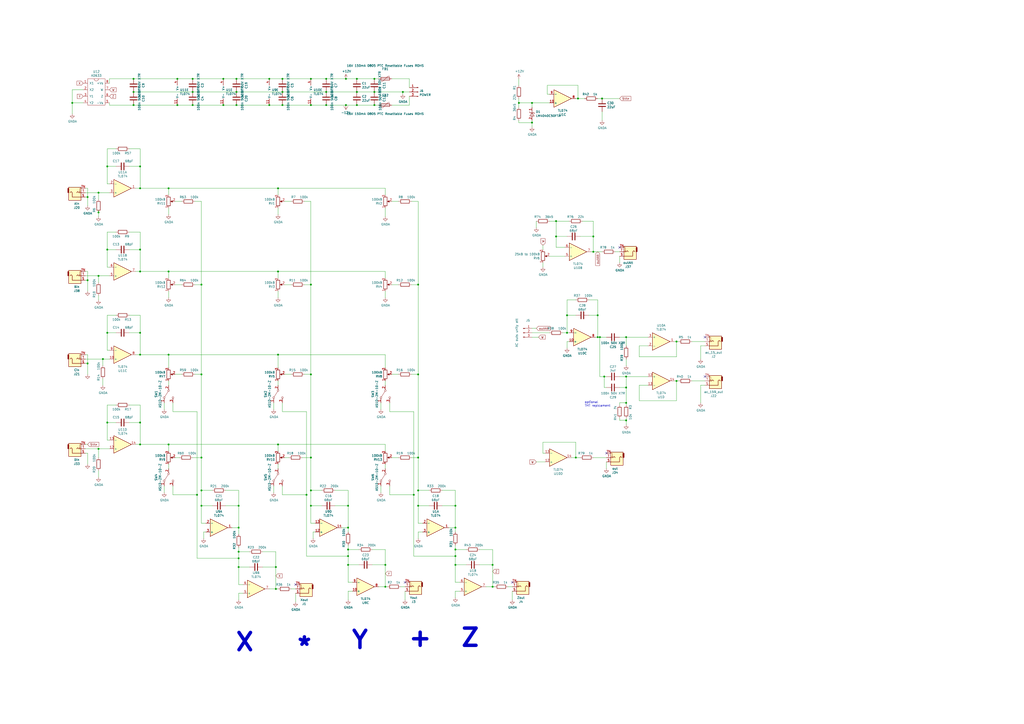
<source format=kicad_sch>
(kicad_sch (version 20211123) (generator eeschema)
  (paper "A2")
  (lib_symbols
    (symbol "Amplifier_Operational:TL074" (pin_names (offset 0.127))
      (property "Reference" "U" (at 0 5.08 0))
      (property "Value" "TL074" (at 0 -5.08 0))
      (symbol "TL074_1_1"
        (pin output line (at 7.62 0 180) (length 2.54) (name "~") (number "1"))
        (pin input line (at -7.62 -2.54 0) (length 2.54) (name "-") (number "2"))
        (pin input line (at -7.62 2.54 0) (length 2.54) (name "+") (number "3"))
      )
      (symbol "TL074_2_1"
        (pin input line (at -7.62 2.54 0) (length 2.54) (name "+") (number "5"))
        (pin input line (at -7.62 -2.54 0) (length 2.54) (name "-") (number "6"))
        (pin output line (at 7.62 0 180) (length 2.54) (name "~") (number "7"))
      )
      (symbol "TL074_3_1"
        (pin input line (at -7.62 2.54 0) (length 2.54) (name "+") (number "10"))
        (pin output line (at 7.62 0 180) (length 2.54) (name "~") (number "8"))
        (pin input line (at -7.62 -2.54 0) (length 2.54) (name "-") (number "9"))
      )
      (symbol "TL074_4_1"
        (pin input line (at -7.62 2.54 0) (length 2.54) (name "+") (number "12"))
        (pin input line (at -7.62 -2.54 0) (length 2.54) (name "-") (number "13"))
        (pin output line (at 7.62 0 180) (length 2.54) (name "~") (number "14"))
      )
      (symbol "TL074_5_1"
        (pin power_in line (at -2.54 -7.62 90) (length 3.81) (name "V-") (number "11"))
        (pin power_in line (at -2.54 7.62 270) (length 3.81) (name "V+") (number "4"))
      )
    )
    (symbol "Connector:Conn_01x03_Male" (pin_names (offset 1.016) hide)
      (property "Reference" "J" (at 0 5.08 0))
      (property "Value" "Conn_01x03_Male" (at 0 -5.08 0))
      (symbol "Conn_01x03_Male_1_1"
        (pin passive line (at 5.08 2.54 180) (length 3.81) (name "Pin_1") (number "1"))
        (pin passive line (at 5.08 0 180) (length 3.81) (name "Pin_2") (number "2"))
        (pin passive line (at 5.08 -2.54 180) (length 3.81) (name "Pin_3") (number "3"))
      )
    )
    (symbol "Device:C" (pin_numbers hide) (pin_names (offset 0.254))
      (property "Reference" "C" (at 0.635 2.54 0))
      (property "Value" "C" (at 0.635 -2.54 0))
      (symbol "C_1_1"
        (pin passive line (at 0 3.81 270) (length 2.794) (name "~") (number "1"))
        (pin passive line (at 0 -3.81 90) (length 2.794) (name "~") (number "2"))
      )
    )
    (symbol "Device:Polyfuse" (pin_numbers hide) (pin_names (offset 0))
      (property "Reference" "F" (at -2.54 0 90))
      (property "Value" "Polyfuse" (at 2.54 0 90))
      (symbol "Polyfuse_1_1"
        (pin passive line (at 0 3.81 270) (length 1.27) (name "~") (number "1"))
        (pin passive line (at 0 -3.81 90) (length 1.27) (name "~") (number "2"))
      )
    )
    (symbol "Device:R" (pin_numbers hide) (pin_names (offset 0))
      (property "Reference" "R" (at 2.032 0 90))
      (property "Value" "R" (at 0 0 90))
      (symbol "R_1_1"
        (pin passive line (at 0 3.81 270) (length 1.27) (name "~") (number "1"))
        (pin passive line (at 0 -3.81 90) (length 1.27) (name "~") (number "2"))
      )
    )
    (symbol "Device:R_POT" (pin_names (offset 1.016) hide)
      (property "Reference" "RV" (at -4.445 0 90))
      (property "Value" "Device_R_POT" (at -2.54 0 90))
      (symbol "R_POT_1_1"
        (pin passive line (at 0 3.81 270) (length 1.27) (name "1") (number "1"))
        (pin passive line (at 3.81 0 180) (length 1.27) (name "2") (number "2"))
        (pin passive line (at 0 -3.81 90) (length 1.27) (name "3") (number "3"))
      )
    )
    (symbol "MySynthParts:-12V" (power) (pin_names (offset 0))
      (property "Value" "MySynthParts_-12V" (at 0 3.556 0))
      (symbol "-12V_1_1"
        (pin power_in line (at 0 0 90) (length 0) hide (name "-12V") (number "1"))
      )
    )
    (symbol "MySynthParts:AD633" (pin_names (offset 1.016))
      (property "Reference" "U" (at 12.7 1.27 0))
      (property "Value" "MySynthParts_AD633" (at 12.7 -16.51 0))
      (symbol "AD633_1_1"
        (pin input line (at 5.08 -2.54 0) (length 2.54) (name "X1") (number "1"))
        (pin input line (at 5.08 -6.35 0) (length 2.54) (name "X2") (number "2"))
        (pin input line (at 5.08 -10.16 0) (length 2.54) (name "Y1") (number "3"))
        (pin input line (at 5.08 -13.97 0) (length 2.54) (name "Y2") (number "4"))
        (pin power_in line (at 20.32 -13.97 180) (length 2.54) (name "-Vs") (number "5"))
        (pin input line (at 20.32 -10.16 180) (length 2.54) (name "Z") (number "6"))
        (pin output line (at 20.32 -6.35 180) (length 2.54) (name "W") (number "7"))
        (pin power_in line (at 20.32 -2.54 180) (length 2.54) (name "+Vs") (number "8"))
      )
    )
    (symbol "Reference_Voltage:LM4040DBZ-5" (pin_names (offset 0.0254) hide)
      (property "Reference" "U" (at 0 2.54 0))
      (property "Value" "LM4040DBZ-5" (at 0 -3.175 0))
      (symbol "LM4040DBZ-5_1_1"
        (pin passive line (at 3.81 0 180) (length 2.54) (name "K") (number "1"))
        (pin passive line (at -3.81 0 0) (length 2.54) (name "A") (number "2"))
      )
    )
    (symbol "Switch:SW_SPDT" (pin_names (offset 0) hide)
      (property "Reference" "SW" (at 0 4.318 0))
      (property "Value" "SW_SPDT" (at 0 -5.08 0))
      (symbol "SW_SPDT_1_1"
        (pin passive line (at 5.08 2.54 180) (length 2.54) (name "A") (number "1"))
        (pin passive line (at -5.08 0 0) (length 2.54) (name "B") (number "2"))
        (pin passive line (at 5.08 -2.54 180) (length 2.54) (name "C") (number "3"))
      )
    )
    (symbol "ad633muliply-rescue:AudioJack2_Ground_Switch-Connector" (pin_names (offset 1.016))
      (property "Reference" "J" (at 0 8.89 0))
      (property "Value" "AudioJack2_Ground_Switch-Connector" (at 0 6.35 0))
      (symbol "AudioJack2_Ground_Switch-Connector_1_1"
        (pin passive line (at 5.08 2.54 180) (length 2.54) (name "~") (number "S"))
        (pin passive line (at 5.08 0 180) (length 2.54) (name "~") (number "T"))
        (pin passive line (at 5.08 -2.54 180) (length 2.54) (name "~") (number "TN"))
      )
    )
    (symbol "power:+12V" (power) (pin_names (offset 0))
      (property "Value" "+12V" (at 0 3.556 0))
      (symbol "+12V_1_1"
        (pin power_in line (at 0 0 90) (length 0) hide (name "+12V") (number "1"))
      )
    )
    (symbol "power:GNDA" (power) (pin_names (offset 0))
      (property "Value" "GNDA" (at 0 -3.81 0))
      (symbol "GNDA_1_1"
        (pin power_in line (at 0 0 270) (length 0) hide (name "GNDA") (number "1"))
      )
    )
  )
  (junction (at 161.29 257.81))
  (junction (at 363.22 224.79))
  (junction (at 50.8 162.56))
  (junction (at 41.91 59.69))
  (junction (at 201.93 318.77))
  (junction (at 161.29 205.74))
  (junction (at 180.34 284.48))
  (junction (at 57.15 123.19))
  (junction (at 163.83 53.34))
  (junction (at 242.57 217.17))
  (junction (at 57.15 160.02))
  (junction (at 138.43 293.37))
  (junction (at 161.29 157.48))
  (junction (at 363.22 243.84))
  (junction (at 363.22 218.44))
  (junction (at 138.43 306.07))
  (junction (at 201.93 327.66))
  (junction (at 392.43 220.98))
  (junction (at 207.01 53.34))
  (junction (at 160.02 341.63))
  (junction (at 129.54 60.96))
  (junction (at 81.28 96.52))
  (junction (at 349.25 57.15))
  (junction (at 116.84 265.43))
  (junction (at 116.84 165.1))
  (junction (at 392.43 198.12))
  (junction (at 207.01 45.72))
  (junction (at 308.61 71.12))
  (junction (at 217.17 60.96))
  (junction (at 81.28 144.78))
  (junction (at 81.28 257.81))
  (junction (at 201.93 306.07))
  (junction (at 200.66 45.72))
  (junction (at 77.47 45.72))
  (junction (at 57.15 260.35))
  (junction (at 114.3 287.02))
  (junction (at 347.98 195.58))
  (junction (at 138.43 328.93))
  (junction (at 137.16 53.34))
  (junction (at 62.23 144.78))
  (junction (at 129.54 45.72))
  (junction (at 116.84 293.37))
  (junction (at 59.69 208.28))
  (junction (at 322.58 137.16))
  (junction (at 156.21 45.72))
  (junction (at 163.83 45.72))
  (junction (at 137.16 60.96))
  (junction (at 97.79 257.81))
  (junction (at 97.79 157.48))
  (junction (at 156.21 60.96))
  (junction (at 308.61 59.69))
  (junction (at 111.76 53.34))
  (junction (at 81.28 193.04))
  (junction (at 242.57 265.43))
  (junction (at 363.22 195.58))
  (junction (at 344.17 146.05))
  (junction (at 62.23 245.11))
  (junction (at 116.84 284.48))
  (junction (at 223.52 327.66))
  (junction (at 111.76 45.72))
  (junction (at 189.23 45.72))
  (junction (at 264.16 293.37))
  (junction (at 322.58 128.27))
  (junction (at 102.87 60.96))
  (junction (at 346.71 195.58))
  (junction (at 180.34 265.43))
  (junction (at 138.43 323.85))
  (junction (at 177.8 287.02))
  (junction (at 102.87 45.72))
  (junction (at 180.34 293.37))
  (junction (at 137.16 45.72))
  (junction (at 233.68 53.34))
  (junction (at 189.23 60.96))
  (junction (at 97.79 205.74))
  (junction (at 189.23 53.34))
  (junction (at 223.52 340.36))
  (junction (at 346.71 182.88))
  (junction (at 81.28 245.11))
  (junction (at 81.28 157.48))
  (junction (at 97.79 109.22))
  (junction (at 350.52 218.44))
  (junction (at 57.15 111.76))
  (junction (at 201.93 293.37))
  (junction (at 242.57 293.37))
  (junction (at 240.03 287.02))
  (junction (at 50.8 114.3))
  (junction (at 180.34 45.72))
  (junction (at 242.57 284.48))
  (junction (at 328.93 193.04))
  (junction (at 62.23 193.04))
  (junction (at 335.28 57.15))
  (junction (at 200.66 60.96))
  (junction (at 116.84 217.17))
  (junction (at 62.23 96.52))
  (junction (at 242.57 165.1))
  (junction (at 160.02 328.93))
  (junction (at 111.76 60.96))
  (junction (at 50.8 210.82))
  (junction (at 163.83 60.96))
  (junction (at 161.29 109.22))
  (junction (at 77.47 60.96))
  (junction (at 264.16 318.77))
  (junction (at 264.16 306.07))
  (junction (at 217.17 53.34))
  (junction (at 77.47 53.34))
  (junction (at 285.75 327.66))
  (junction (at 180.34 217.17))
  (junction (at 138.43 320.04))
  (junction (at 300.99 59.69))
  (junction (at 180.34 60.96))
  (junction (at 285.75 340.36))
  (junction (at 328.93 182.88))
  (junction (at 344.17 137.16))
  (junction (at 363.22 233.68))
  (junction (at 207.01 60.96))
  (junction (at 81.28 205.74))
  (junction (at 81.28 109.22))
  (junction (at 180.34 165.1))
  (junction (at 264.16 327.66))
  (junction (at 217.17 45.72))
  (junction (at 264.16 322.58))
  (junction (at 334.01 265.43))
  (junction (at 201.93 322.58))
  (no_connect (at 234.95 337.82))
  (no_connect (at 171.45 339.09))
  (no_connect (at 408.94 218.44))
  (no_connect (at 297.18 337.82))
  (no_connect (at 351.79 262.89))
  (no_connect (at 359.41 143.51))
  (no_connect (at 408.94 195.58))
  (wire (pts (xy 370.84 207.01) (xy 392.43 207.01)))
  (wire (pts (xy 49.53 114.3) (xy 50.8 114.3)))
  (wire (pts (xy 314.96 256.54) (xy 334.01 256.54)))
  (wire (pts (xy 168.91 217.17) (xy 165.1 217.17)))
  (wire (pts (xy 129.54 45.72) (xy 137.16 45.72)))
  (wire (pts (xy 189.23 60.96) (xy 200.66 60.96)))
  (wire (pts (xy 350.52 224.79) (xy 350.52 218.44)))
  (wire (pts (xy 223.52 120.65) (xy 223.52 125.73)))
  (wire (pts (xy 97.79 161.29) (xy 97.79 157.48)))
  (wire (pts (xy 74.93 234.95) (xy 81.28 234.95)))
  (wire (pts (xy 256.54 293.37) (xy 264.16 293.37)))
  (wire (pts (xy 160.02 341.63) (xy 156.21 341.63)))
  (wire (pts (xy 97.79 257.81) (xy 81.28 257.81)))
  (wire (pts (xy 50.8 269.24) (xy 50.8 262.89)))
  (wire (pts (xy 57.15 111.76) (xy 63.5 111.76)))
  (wire (pts (xy 41.91 52.07) (xy 48.26 52.07)))
  (wire (pts (xy 226.06 233.68) (xy 226.06 238.76)))
  (wire (pts (xy 336.55 137.16) (xy 344.17 137.16)))
  (wire (pts (xy 231.14 265.43) (xy 227.33 265.43)))
  (wire (pts (xy 300.99 59.69) (xy 308.61 59.69)))
  (wire (pts (xy 242.57 293.37) (xy 242.57 303.53)))
  (wire (pts (xy 314.96 262.89) (xy 316.23 262.89)))
  (wire (pts (xy 168.91 165.1) (xy 165.1 165.1)))
  (wire (pts (xy 49.53 260.35) (xy 57.15 260.35)))
  (wire (pts (xy 97.79 168.91) (xy 97.79 172.72)))
  (wire (pts (xy 160.02 320.04) (xy 160.02 328.93)))
  (wire (pts (xy 359.41 233.68) (xy 363.22 233.68)))
  (wire (pts (xy 81.28 193.04) (xy 74.93 193.04)))
  (wire (pts (xy 223.52 271.78) (xy 223.52 269.24)))
  (wire (pts (xy 308.61 195.58) (xy 312.42 195.58)))
  (wire (pts (xy 161.29 161.29) (xy 161.29 157.48)))
  (wire (pts (xy 308.61 69.85) (xy 308.61 71.12)))
  (wire (pts (xy 138.43 344.17) (xy 138.43 347.98)))
  (wire (pts (xy 181.61 312.42) (xy 181.61 308.61)))
  (wire (pts (xy 363.22 208.28) (xy 363.22 212.09)))
  (wire (pts (xy 130.81 293.37) (xy 138.43 293.37)))
  (wire (pts (xy 237.49 53.34) (xy 233.68 53.34)))
  (wire (pts (xy 223.52 205.74) (xy 161.29 205.74)))
  (wire (pts (xy 217.17 60.96) (xy 219.71 60.96)))
  (wire (pts (xy 138.43 309.88) (xy 138.43 306.07)))
  (wire (pts (xy 163.83 45.72) (xy 180.34 45.72)))
  (wire (pts (xy 163.83 281.94) (xy 163.83 287.02)))
  (wire (pts (xy 201.93 318.77) (xy 208.28 318.77)))
  (wire (pts (xy 237.49 50.8) (xy 237.49 45.72)))
  (wire (pts (xy 331.47 265.43) (xy 334.01 265.43)))
  (wire (pts (xy 186.69 293.37) (xy 180.34 293.37)))
  (wire (pts (xy 114.3 323.85) (xy 138.43 323.85)))
  (wire (pts (xy 57.15 260.35) (xy 63.5 260.35)))
  (wire (pts (xy 62.23 234.95) (xy 67.31 234.95)))
  (wire (pts (xy 50.8 217.17) (xy 50.8 210.82)))
  (wire (pts (xy 285.75 318.77) (xy 285.75 327.66)))
  (wire (pts (xy 242.57 284.48) (xy 242.57 293.37)))
  (wire (pts (xy 97.79 157.48) (xy 81.28 157.48)))
  (wire (pts (xy 78.74 109.22) (xy 81.28 109.22)))
  (wire (pts (xy 406.4 200.66) (xy 408.94 200.66)))
  (wire (pts (xy 335.28 57.15) (xy 335.28 49.53)))
  (wire (pts (xy 359.41 242.57) (xy 359.41 243.84)))
  (wire (pts (xy 207.01 60.96) (xy 217.17 60.96)))
  (wire (pts (xy 300.99 62.23) (xy 300.99 59.69)))
  (wire (pts (xy 63.5 45.72) (xy 63.5 48.26)))
  (wire (pts (xy 231.14 217.17) (xy 227.33 217.17)))
  (wire (pts (xy 219.71 45.72) (xy 217.17 45.72)))
  (wire (pts (xy 234.95 342.9) (xy 234.95 347.98)))
  (wire (pts (xy 116.84 217.17) (xy 116.84 165.1)))
  (wire (pts (xy 314.96 142.24) (xy 314.96 144.78)))
  (wire (pts (xy 237.49 55.88) (xy 237.49 60.96)))
  (wire (pts (xy 49.53 210.82) (xy 50.8 210.82)))
  (wire (pts (xy 138.43 320.04) (xy 144.78 320.04)))
  (wire (pts (xy 227.33 60.96) (xy 237.49 60.96)))
  (wire (pts (xy 78.74 205.74) (xy 81.28 205.74)))
  (wire (pts (xy 161.29 109.22) (xy 223.52 109.22)))
  (wire (pts (xy 116.84 165.1) (xy 116.84 116.84)))
  (wire (pts (xy 50.8 157.48) (xy 50.8 162.56)))
  (wire (pts (xy 180.34 60.96) (xy 189.23 60.96)))
  (wire (pts (xy 49.53 111.76) (xy 57.15 111.76)))
  (wire (pts (xy 201.93 318.77) (xy 201.93 322.58)))
  (wire (pts (xy 335.28 49.53) (xy 317.5 49.53)))
  (wire (pts (xy 57.15 121.92) (xy 57.15 123.19)))
  (wire (pts (xy 97.79 113.03) (xy 97.79 109.22)))
  (wire (pts (xy 264.16 284.48) (xy 256.54 284.48)))
  (wire (pts (xy 207.01 45.72) (xy 217.17 45.72)))
  (wire (pts (xy 105.41 116.84) (xy 101.6 116.84)))
  (wire (pts (xy 346.71 182.88) (xy 341.63 182.88)))
  (wire (pts (xy 81.28 86.36) (xy 81.28 96.52)))
  (wire (pts (xy 346.71 195.58) (xy 346.71 182.88)))
  (wire (pts (xy 177.8 322.58) (xy 201.93 322.58)))
  (wire (pts (xy 138.43 328.93) (xy 138.43 339.09)))
  (wire (pts (xy 344.17 146.05) (xy 349.25 146.05)))
  (wire (pts (xy 57.15 115.57) (xy 57.15 111.76)))
  (wire (pts (xy 62.23 106.68) (xy 63.5 106.68)))
  (wire (pts (xy 328.93 137.16) (xy 322.58 137.16)))
  (wire (pts (xy 138.43 320.04) (xy 138.43 323.85)))
  (wire (pts (xy 223.52 223.52) (xy 223.52 220.98)))
  (wire (pts (xy 223.52 168.91) (xy 223.52 172.72)))
  (wire (pts (xy 194.31 293.37) (xy 201.93 293.37)))
  (wire (pts (xy 392.43 198.12) (xy 392.43 207.01)))
  (wire (pts (xy 57.15 123.19) (xy 57.15 125.73)))
  (wire (pts (xy 264.16 322.58) (xy 264.16 327.66)))
  (wire (pts (xy 223.52 261.62) (xy 223.52 257.81)))
  (wire (pts (xy 363.22 218.44) (xy 375.92 218.44)))
  (wire (pts (xy 226.06 287.02) (xy 240.03 287.02)))
  (wire (pts (xy 231.14 165.1) (xy 227.33 165.1)))
  (wire (pts (xy 240.03 322.58) (xy 264.16 322.58)))
  (wire (pts (xy 74.93 134.62) (xy 81.28 134.62)))
  (wire (pts (xy 328.93 182.88) (xy 328.93 193.04)))
  (wire (pts (xy 294.64 340.36) (xy 297.18 340.36)))
  (wire (pts (xy 346.71 173.99) (xy 346.71 182.88)))
  (wire (pts (xy 161.29 168.91) (xy 161.29 172.72)))
  (wire (pts (xy 152.4 328.93) (xy 160.02 328.93)))
  (wire (pts (xy 81.28 96.52) (xy 81.28 109.22)))
  (wire (pts (xy 137.16 60.96) (xy 156.21 60.96)))
  (wire (pts (xy 137.16 53.34) (xy 163.83 53.34)))
  (wire (pts (xy 242.57 308.61) (xy 242.57 312.42)))
  (wire (pts (xy 77.47 53.34) (xy 111.76 53.34)))
  (wire (pts (xy 328.93 193.04) (xy 330.2 193.04)))
  (wire (pts (xy 201.93 284.48) (xy 194.31 284.48)))
  (wire (pts (xy 242.57 165.1) (xy 242.57 116.84)))
  (wire (pts (xy 49.53 157.48) (xy 50.8 157.48)))
  (wire (pts (xy 278.13 327.66) (xy 285.75 327.66)))
  (wire (pts (xy 140.97 344.17) (xy 138.43 344.17)))
  (wire (pts (xy 351.79 224.79) (xy 350.52 224.79)))
  (wire (pts (xy 138.43 306.07) (xy 134.62 306.07)))
  (wire (pts (xy 111.76 265.43) (xy 116.84 265.43)))
  (wire (pts (xy 49.53 160.02) (xy 57.15 160.02)))
  (wire (pts (xy 201.93 293.37) (xy 201.93 306.07)))
  (wire (pts (xy 264.16 318.77) (xy 264.16 322.58)))
  (wire (pts (xy 116.84 116.84) (xy 113.03 116.84)))
  (wire (pts (xy 201.93 327.66) (xy 201.93 337.82)))
  (wire (pts (xy 160.02 320.04) (xy 152.4 320.04)))
  (wire (pts (xy 177.8 238.76) (xy 177.8 287.02)))
  (wire (pts (xy 116.84 217.17) (xy 113.03 217.17)))
  (wire (pts (xy 248.92 293.37) (xy 242.57 293.37)))
  (wire (pts (xy 116.84 284.48) (xy 116.84 265.43)))
  (wire (pts (xy 161.29 271.78) (xy 161.29 269.24)))
  (wire (pts (xy 401.32 198.12) (xy 408.94 198.12)))
  (wire (pts (xy 104.14 265.43) (xy 101.6 265.43)))
  (wire (pts (xy 345.44 195.58) (xy 346.71 195.58)))
  (wire (pts (xy 391.16 198.12) (xy 392.43 198.12)))
  (wire (pts (xy 344.17 128.27) (xy 337.82 128.27)))
  (wire (pts (xy 156.21 45.72) (xy 163.83 45.72)))
  (wire (pts (xy 180.34 165.1) (xy 176.53 165.1)))
  (wire (pts (xy 359.41 234.95) (xy 359.41 233.68)))
  (wire (pts (xy 50.8 109.22) (xy 50.8 114.3)))
  (wire (pts (xy 81.28 96.52) (xy 74.93 96.52)))
  (wire (pts (xy 347.98 218.44) (xy 347.98 195.58)))
  (wire (pts (xy 158.75 233.68) (xy 158.75 237.49)))
  (wire (pts (xy 138.43 323.85) (xy 138.43 328.93)))
  (wire (pts (xy 119.38 308.61) (xy 118.11 308.61)))
  (wire (pts (xy 81.28 193.04) (xy 81.28 205.74)))
  (wire (pts (xy 201.93 342.9) (xy 201.93 347.98)))
  (wire (pts (xy 322.58 128.27) (xy 322.58 137.16)))
  (wire (pts (xy 74.93 86.36) (xy 81.28 86.36)))
  (wire (pts (xy 308.61 190.5) (xy 311.15 190.5)))
  (wire (pts (xy 163.83 238.76) (xy 177.8 238.76)))
  (wire (pts (xy 242.57 265.43) (xy 238.76 265.43)))
  (wire (pts (xy 363.22 224.79) (xy 363.22 218.44)))
  (wire (pts (xy 160.02 328.93) (xy 160.02 341.63)))
  (wire (pts (xy 97.79 109.22) (xy 161.29 109.22)))
  (wire (pts (xy 97.79 205.74) (xy 161.29 205.74)))
  (wire (pts (xy 207.01 53.34) (xy 217.17 53.34)))
  (wire (pts (xy 74.93 182.88) (xy 81.28 182.88)))
  (wire (pts (xy 328.93 198.12) (xy 328.93 201.93)))
  (wire (pts (xy 168.91 116.84) (xy 165.1 116.84)))
  (wire (pts (xy 81.28 144.78) (xy 81.28 157.48)))
  (wire (pts (xy 308.61 71.12) (xy 308.61 73.66)))
  (wire (pts (xy 370.84 223.52) (xy 375.92 223.52)))
  (wire (pts (xy 138.43 284.48) (xy 138.43 293.37)))
  (wire (pts (xy 67.31 193.04) (xy 62.23 193.04)))
  (wire (pts (xy 201.93 322.58) (xy 201.93 327.66)))
  (wire (pts (xy 401.32 220.98) (xy 408.94 220.98)))
  (wire (pts (xy 220.98 233.68) (xy 220.98 237.49)))
  (wire (pts (xy 62.23 193.04) (xy 62.23 203.2)))
  (wire (pts (xy 201.93 306.07) (xy 201.93 308.61)))
  (wire (pts (xy 97.79 157.48) (xy 161.29 157.48)))
  (wire (pts (xy 62.23 234.95) (xy 62.23 245.11)))
  (wire (pts (xy 223.52 318.77) (xy 223.52 327.66)))
  (wire (pts (xy 81.28 245.11) (xy 74.93 245.11)))
  (wire (pts (xy 50.8 205.74) (xy 49.53 205.74)))
  (wire (pts (xy 50.8 210.82) (xy 50.8 205.74)))
  (wire (pts (xy 317.5 49.53) (xy 317.5 54.61)))
  (wire (pts (xy 285.75 318.77) (xy 278.13 318.77)))
  (wire (pts (xy 363.22 233.68) (xy 363.22 234.95)))
  (wire (pts (xy 50.8 168.91) (xy 50.8 162.56)))
  (wire (pts (xy 215.9 327.66) (xy 223.52 327.66)))
  (wire (pts (xy 161.29 223.52) (xy 161.29 220.98)))
  (wire (pts (xy 41.91 59.69) (xy 41.91 66.04)))
  (wire (pts (xy 97.79 261.62) (xy 97.79 257.81)))
  (wire (pts (xy 201.93 306.07) (xy 198.12 306.07)))
  (wire (pts (xy 161.29 205.74) (xy 161.29 213.36)))
  (wire (pts (xy 264.16 318.77) (xy 264.16 316.23)))
  (wire (pts (xy 49.53 208.28) (xy 59.69 208.28)))
  (wire (pts (xy 144.78 328.93) (xy 138.43 328.93)))
  (wire (pts (xy 204.47 342.9) (xy 201.93 342.9)))
  (wire (pts (xy 158.75 281.94) (xy 158.75 285.75)))
  (wire (pts (xy 300.99 59.69) (xy 300.99 57.15)))
  (wire (pts (xy 114.3 238.76) (xy 114.3 287.02)))
  (wire (pts (xy 129.54 60.96) (xy 137.16 60.96)))
  (wire (pts (xy 63.5 45.72) (xy 77.47 45.72)))
  (wire (pts (xy 226.06 238.76) (xy 240.03 238.76)))
  (wire (pts (xy 201.93 284.48) (xy 201.93 293.37)))
  (wire (pts (xy 116.84 165.1) (xy 113.03 165.1)))
  (wire (pts (xy 97.79 271.78) (xy 97.79 269.24)))
  (wire (pts (xy 242.57 303.53) (xy 245.11 303.53)))
  (wire (pts (xy 67.31 144.78) (xy 62.23 144.78)))
  (wire (pts (xy 227.33 45.72) (xy 237.49 45.72)))
  (wire (pts (xy 264.16 306.07) (xy 260.35 306.07)))
  (wire (pts (xy 182.88 308.61) (xy 181.61 308.61)))
  (wire (pts (xy 161.29 261.62) (xy 161.29 257.81)))
  (wire (pts (xy 180.34 116.84) (xy 176.53 116.84)))
  (wire (pts (xy 223.52 113.03) (xy 223.52 109.22)))
  (wire (pts (xy 59.69 219.71) (xy 59.69 223.52)))
  (wire (pts (xy 78.74 157.48) (xy 81.28 157.48)))
  (wire (pts (xy 180.34 217.17) (xy 176.53 217.17)))
  (wire (pts (xy 168.91 341.63) (xy 171.45 341.63)))
  (wire (pts (xy 314.96 154.94) (xy 314.96 152.4)))
  (wire (pts (xy 116.84 303.53) (xy 119.38 303.53)))
  (wire (pts (xy 335.28 57.15) (xy 339.09 57.15)))
  (wire (pts (xy 363.22 195.58) (xy 375.92 195.58)))
  (wire (pts (xy 189.23 53.34) (xy 207.01 53.34)))
  (wire (pts (xy 392.43 198.12) (xy 393.7 198.12)))
  (wire (pts (xy 391.16 220.98) (xy 392.43 220.98)))
  (wire (pts (xy 78.74 257.81) (xy 81.28 257.81)))
  (wire (pts (xy 97.79 257.81) (xy 161.29 257.81)))
  (wire (pts (xy 311.15 128.27) (xy 311.15 132.08)))
  (wire (pts (xy 344.17 137.16) (xy 344.17 128.27)))
  (wire (pts (xy 242.57 284.48) (xy 242.57 265.43)))
  (wire (pts (xy 95.25 281.94) (xy 95.25 285.75)))
  (wire (pts (xy 62.23 182.88) (xy 62.23 193.04)))
  (wire (pts (xy 50.8 114.3) (xy 50.8 119.38)))
  (wire (pts (xy 201.93 318.77) (xy 201.93 316.23)))
  (wire (pts (xy 97.79 223.52) (xy 97.79 220.98)))
  (wire (pts (xy 223.52 161.29) (xy 223.52 157.48)))
  (wire (pts (xy 111.76 53.34) (xy 137.16 53.34)))
  (wire (pts (xy 232.41 340.36) (xy 234.95 340.36)))
  (wire (pts (xy 116.84 284.48) (xy 116.84 293.37)))
  (wire (pts (xy 322.58 143.51) (xy 327.66 143.51)))
  (wire (pts (xy 231.14 116.84) (xy 227.33 116.84)))
  (wire (pts (xy 81.28 182.88) (xy 81.28 193.04)))
  (wire (pts (xy 242.57 284.48) (xy 248.92 284.48)))
  (wire (pts (xy 220.98 281.94) (xy 220.98 285.75)))
  (wire (pts (xy 105.41 165.1) (xy 101.6 165.1)))
  (wire (pts (xy 180.34 303.53) (xy 182.88 303.53)))
  (wire (pts (xy 363.22 242.57) (xy 363.22 243.84)))
  (wire (pts (xy 62.23 154.94) (xy 63.5 154.94)))
  (wire (pts (xy 163.83 233.68) (xy 163.83 238.76)))
  (wire (pts (xy 111.76 45.72) (xy 129.54 45.72)))
  (wire (pts (xy 285.75 340.36) (xy 287.02 340.36)))
  (wire (pts (xy 138.43 320.04) (xy 138.43 317.5)))
  (wire (pts (xy 50.8 162.56) (xy 49.53 162.56)))
  (wire (pts (xy 359.41 218.44) (xy 363.22 218.44)))
  (wire (pts (xy 62.23 86.36) (xy 62.23 96.52)))
  (wire (pts (xy 161.29 113.03) (xy 161.29 109.22)))
  (wire (pts (xy 223.52 205.74) (xy 223.52 213.36)))
  (wire (pts (xy 95.25 233.68) (xy 95.25 237.49)))
  (wire (pts (xy 297.18 342.9) (xy 297.18 347.98)))
  (wire (pts (xy 62.23 144.78) (xy 62.23 154.94)))
  (wire (pts (xy 180.34 45.72) (xy 189.23 45.72)))
  (wire (pts (xy 100.33 238.76) (xy 114.3 238.76)))
  (wire (pts (xy 347.98 218.44) (xy 350.52 218.44)))
  (wire (pts (xy 266.7 342.9) (xy 264.16 342.9)))
  (wire (pts (xy 177.8 287.02) (xy 177.8 322.58)))
  (wire (pts (xy 180.34 284.48) (xy 186.69 284.48)))
  (wire (pts (xy 285.75 340.36) (xy 281.94 340.36)))
  (wire (pts (xy 165.1 265.43) (xy 167.64 265.43)))
  (wire (pts (xy 317.5 54.61) (xy 318.77 54.61)))
  (wire (pts (xy 406.4 223.52) (xy 408.94 223.52)))
  (wire (pts (xy 300.99 71.12) (xy 300.99 69.85)))
  (wire (pts (xy 59.69 208.28) (xy 59.69 212.09)))
  (wire (pts (xy 77.47 60.96) (xy 102.87 60.96)))
  (wire (pts (xy 370.84 200.66) (xy 375.92 200.66)))
  (wire (pts (xy 224.79 340.36) (xy 223.52 340.36)))
  (wire (pts (xy 67.31 96.52) (xy 62.23 96.52)))
  (wire (pts (xy 138.43 339.09) (xy 140.97 339.09)))
  (wire (pts (xy 285.75 327.66) (xy 285.75 340.36)))
  (wire (pts (xy 123.19 293.37) (xy 116.84 293.37)))
  (wire (pts (xy 62.23 255.27) (xy 63.5 255.27)))
  (wire (pts (xy 328.93 173.99) (xy 334.01 173.99)))
  (wire (pts (xy 370.84 207.01) (xy 370.84 200.66)))
  (wire (pts (xy 406.4 200.66) (xy 406.4 208.28)))
  (wire (pts (xy 81.28 234.95) (xy 81.28 245.11)))
  (wire (pts (xy 97.79 205.74) (xy 97.79 213.36)))
  (wire (pts (xy 264.16 284.48) (xy 264.16 293.37)))
  (wire (pts (xy 100.33 233.68) (xy 100.33 238.76)))
  (wire (pts (xy 189.23 45.72) (xy 200.66 45.72)))
  (wire (pts (xy 308.61 62.23) (xy 308.61 59.69)))
  (wire (pts (xy 97.79 120.65) (xy 97.79 124.46)))
  (wire (pts (xy 59.69 208.28) (xy 63.5 208.28)))
  (wire (pts (xy 200.66 45.72) (xy 207.01 45.72)))
  (wire (pts (xy 334.01 182.88) (xy 328.93 182.88)))
  (wire (pts (xy 242.57 217.17) (xy 238.76 217.17)))
  (wire (pts (xy 334.01 57.15) (xy 335.28 57.15)))
  (wire (pts (xy 138.43 293.37) (xy 138.43 306.07)))
  (wire (pts (xy 336.55 265.43) (xy 334.01 265.43)))
  (wire (pts (xy 346.71 195.58) (xy 347.98 195.58)))
  (wire (pts (xy 359.41 148.59) (xy 359.41 152.4)))
  (wire (pts (xy 63.5 60.96) (xy 77.47 60.96)))
  (wire (pts (xy 363.22 243.84) (xy 363.22 246.38)))
  (wire (pts (xy 102.87 45.72) (xy 111.76 45.72)))
  (wire (pts (xy 314.96 256.54) (xy 314.96 262.89)))
  (wire (pts (xy 161.29 120.65) (xy 161.29 124.46)))
  (wire (pts (xy 62.23 203.2) (xy 63.5 203.2)))
  (wire (pts (xy 156.21 60.96) (xy 163.83 60.96)))
  (wire (pts (xy 363.22 224.79) (xy 363.22 233.68)))
  (wire (pts (xy 350.52 218.44) (xy 351.79 218.44)))
  (wire (pts (xy 41.91 59.69) (xy 41.91 52.07)))
  (wire (pts (xy 328.93 182.88) (xy 328.93 173.99)))
  (wire (pts (xy 77.47 45.72) (xy 102.87 45.72)))
  (wire (pts (xy 349.25 57.15) (xy 359.41 57.15)))
  (wire (pts (xy 242.57 165.1) (xy 238.76 165.1)))
  (wire (pts (xy 264.16 342.9) (xy 264.16 346.71)))
  (wire (pts (xy 171.45 344.17) (xy 171.45 349.25)))
  (wire (pts (xy 57.15 260.35) (xy 57.15 265.43)))
  (wire (pts (xy 226.06 281.94) (xy 226.06 287.02)))
  (wire (pts (xy 200.66 60.96) (xy 207.01 60.96)))
  (wire (pts (xy 351.79 267.97) (xy 351.79 271.78)))
  (wire (pts (xy 363.22 224.79) (xy 359.41 224.79)))
  (wire (pts (xy 264.16 327.66) (xy 264.16 337.82)))
  (wire (pts (xy 308.61 59.69) (xy 318.77 59.69)))
  (wire (pts (xy 62.23 134.62) (xy 62.23 144.78)))
  (wire (pts (xy 163.83 287.02) (xy 177.8 287.02)))
  (wire (pts (xy 233.68 53.34) (xy 233.68 54.61)))
  (wire (pts (xy 330.2 198.12) (xy 328.93 198.12)))
  (wire (pts (xy 137.16 45.72) (xy 156.21 45.72)))
  (wire (pts (xy 161.29 157.48) (xy 223.52 157.48)))
  (wire (pts (xy 49.53 262.89) (xy 50.8 262.89)))
  (wire (pts (xy 242.57 265.43) (xy 242.57 217.17)))
  (wire (pts (xy 138.43 284.48) (xy 130.81 284.48)))
  (wire (pts (xy 330.2 128.27) (xy 322.58 128.27)))
  (wire (pts (xy 118.11 308.61) (xy 118.11 312.42)))
  (wire (pts (xy 62.23 182.88) (xy 67.31 182.88)))
  (wire (pts (xy 180.34 265.43) (xy 180.34 217.17)))
  (wire (pts (xy 57.15 171.45) (xy 57.15 173.99)))
  (wire (pts (xy 62.23 134.62) (xy 67.31 134.62)))
  (wire (pts (xy 242.57 116.84) (xy 238.76 116.84)))
  (wire (pts (xy 264.16 293.37) (xy 264.16 306.07)))
  (wire (pts (xy 392.43 232.41) (xy 370.84 232.41)))
  (wire (pts (xy 180.34 165.1) (xy 180.34 116.84)))
  (wire (pts (xy 163.83 60.96) (xy 180.34 60.96)))
  (wire (pts (xy 81.28 245.11) (xy 81.28 257.81)))
  (wire (pts (xy 223.52 318.77) (xy 215.9 318.77)))
  (wire (pts (xy 349.25 64.77) (xy 349.25 69.85)))
  (wire (pts (xy 223.52 327.66) (xy 223.52 340.36)))
  (wire (pts (xy 392.43 220.98) (xy 392.43 232.41)))
  (wire (pts (xy 359.41 243.84) (xy 363.22 243.84)))
  (wire (pts (xy 116.84 293.37) (xy 116.84 303.53)))
  (wire (pts (xy 161.29 341.63) (xy 160.02 341.63)))
  (wire (pts (xy 208.28 327.66) (xy 201.93 327.66)))
  (wire (pts (xy 81.28 134.62) (xy 81.28 144.78)))
  (wire (pts (xy 105.41 217.17) (xy 101.6 217.17)))
  (wire (pts (xy 341.63 173.99) (xy 346.71 173.99)))
  (wire (pts (xy 102.87 60.96) (xy 111.76 60.96)))
  (wire (pts (xy 240.03 287.02) (xy 240.03 238.76)))
  (wire (pts (xy 308.61 193.04) (xy 318.77 193.04)))
  (wire (pts (xy 100.33 287.02) (xy 114.3 287.02)))
  (wire (pts (xy 406.4 223.52) (xy 406.4 233.68)))
  (wire (pts (xy 242.57 217.17) (xy 242.57 165.1)))
  (wire (pts (xy 316.23 267.97) (xy 311.15 267.97)))
  (wire (pts (xy 161.29 257.81) (xy 223.52 257.81)))
  (wire (pts (xy 346.71 57.15) (xy 349.25 57.15)))
  (wire (pts (xy 180.34 284.48) (xy 180.34 293.37)))
  (wire (pts (xy 240.03 322.58) (xy 240.03 287.02)))
  (wire (pts (xy 347.98 195.58) (xy 351.79 195.58)))
  (wire (pts (xy 163.83 53.34) (xy 189.23 53.34)))
  (wire (pts (xy 50.8 257.81) (xy 49.53 257.81)))
  (wire (pts (xy 363.22 195.58) (xy 359.41 195.58)))
  (wire (pts (xy 116.84 265.43) (xy 116.84 217.17)))
  (wire (pts (xy 318.77 128.27) (xy 322.58 128.27)))
  (wire (pts (xy 217.17 53.34) (xy 233.68 53.34)))
  (wire (pts (xy 100.33 281.94) (xy 100.33 287.02)))
  (wire (pts (xy 180.34 217.17) (xy 180.34 165.1)))
  (wire (pts (xy 359.41 146.05) (xy 356.87 146.05)))
  (wire (pts (xy 318.77 148.59) (xy 327.66 148.59)))
  (wire (pts (xy 62.23 86.36) (xy 67.31 86.36)))
  (wire (pts (xy 180.34 284.48) (xy 180.34 265.43)))
  (wire (pts (xy 57.15 160.02) (xy 63.5 160.02)))
  (wire (pts (xy 57.15 160.02) (xy 57.15 163.83)))
  (wire (pts (xy 264.16 318.77) (xy 270.51 318.77)))
  (wire (pts (xy 114.3 287.02) (xy 114.3 323.85)))
  (wire (pts (xy 41.91 59.69) (xy 48.26 59.69)))
  (wire (pts (xy 308.61 71.12) (xy 300.99 71.12)))
  (wire (pts (xy 328.93 193.04) (xy 326.39 193.04)))
  (wire (pts (xy 175.26 265.43) (xy 180.34 265.43)))
  (wire (pts (xy 344.17 265.43) (xy 351.79 265.43)))
  (wire (pts (xy 97.79 109.22) (xy 81.28 109.22)))
  (wire (pts (xy 62.23 245.11) (xy 62.23 255.27)))
  (wire (pts (xy 370.84 223.52) (xy 370.84 232.41)))
  (wire (pts (xy 116.84 284.48) (xy 123.19 284.48)))
  (wire (pts (xy 264.16 337.82) (xy 266.7 337.82)))
  (wire (pts (xy 322.58 137.16) (xy 322.58 143.51)))
  (wire (pts (xy 81.28 144.78) (xy 74.93 144.78)))
  (wire (pts (xy 223.52 340.36) (xy 219.71 340.36)))
  (wire (pts (xy 111.76 60.96) (xy 129.54 60.96)))
  (wire (pts (xy 300.99 45.72) (xy 300.99 49.53)))
  (wire (pts (xy 264.16 308.61) (xy 264.16 306.07)))
  (wire (pts (xy 57.15 276.86) (xy 57.15 273.05)))
  (wire (pts (xy 62.23 96.52) (xy 62.23 106.68)))
  (wire (pts (xy 344.17 146.05) (xy 344.17 137.16)))
  (wire (pts (xy 201.93 337.82) (xy 204.47 337.82)))
  (wire (pts (xy 342.9 146.05) (xy 344.17 146.05)))
  (wire (pts (xy 270.51 327.66) (xy 264.16 327.66)))
  (wire (pts (xy 97.79 205.74) (xy 81.28 205.74)))
  (wire (pts (xy 245.11 308.61) (xy 242.57 308.61)))
  (wire (pts (xy 334.01 265.43) (xy 334.01 256.54)))
  (wire (pts (xy 49.53 109.22) (xy 50.8 109.22)))
  (wire (pts (xy 392.43 220.98) (xy 393.7 220.98)))
  (wire (pts (xy 180.34 293.37) (xy 180.34 303.53)))
  (wire (pts (xy 63.5 60.96) (xy 63.5 59.69)))
  (wire (pts (xy 363.22 200.66) (xy 363.22 195.58)))
  (wire (pts (xy 67.31 245.11) (xy 62.23 245.11)))
  (text "*" (at 171.45 381 0) (effects (font (size 10.0076 10.0076) (thickness 2.0015) bold) (justify left bottom)))
  (text "X" (at 135.89 378.46 0) (effects (font (size 10.0076 10.0076) (thickness 2.0015) bold) (justify left bottom)))
  (text "optional\nTHT replcament" (at 339.09 236.22 0) (effects (font (size 1.27 1.27)) (justify left bottom)))
  (text "Y" (at 203.2 377.19 0) (effects (font (size 10.0076 10.0076) (thickness 2.0015) bold) (justify left bottom)))
  (text "Z" (at 266.7 375.92 0) (effects (font (size 10.0076 10.0076) (thickness 2.0015) bold) (justify left bottom)))
  (text "+" (at 236.22 375.92 0) (effects (font (size 10.0076 10.0076) (thickness 2.0015) bold) (justify left bottom)))
  (global_label "W" (shape input) (at 311.15 267.97 180) (property "Intersheet References" "${INTERSHEET_REFS}" (effects hide)))
  (global_label "outAtt" (shape input) (at 346.71 146.05 270) (property "Intersheet References" "${INTERSHEET_REFS}" (effects hide)))
  (global_label "X" (shape input) (at 160.02 334.01 0) (property "Intersheet References" "${INTERSHEET_REFS}" (effects hide)))
  (global_label "W" (shape input) (at 312.42 195.58 0) (property "Intersheet References" "${INTERSHEET_REFS}" (effects hide)))
  (global_label "Y" (shape input) (at 223.52 332.74 0) (property "Intersheet References" "${INTERSHEET_REFS}" (effects hide)))
  (global_label "Y" (shape input) (at 48.26 55.88 180) (property "Intersheet References" "${INTERSHEET_REFS}" (effects hide)))
  (global_label "outAtt" (shape input) (at 311.15 190.5 0) (property "Intersheet References" "${INTERSHEET_REFS}" (effects hide)))
  (global_label "5Vtn" (shape input) (at 50.8 257.81 0) (property "Intersheet References" "${INTERSHEET_REFS}" (effects hide)))
  (global_label "W" (shape input) (at 314.96 142.24 90) (property "Intersheet References" "${INTERSHEET_REFS}" (effects hide)))
  (global_label "Z" (shape input) (at 285.75 331.47 0) (property "Intersheet References" "${INTERSHEET_REFS}" (effects hide)))
  (global_label "Z" (shape input) (at 63.5 55.88 0) (property "Intersheet References" "${INTERSHEET_REFS}" (effects hide)))
  (global_label "5Vtn" (shape input) (at 359.41 57.15 0) (property "Intersheet References" "${INTERSHEET_REFS}" (effects hide)))
  (global_label "X" (shape input) (at 48.26 48.26 180) (property "Intersheet References" "${INTERSHEET_REFS}" (effects hide)))
  (global_label "W" (shape input) (at 63.5 52.07 0) (property "Intersheet References" "${INTERSHEET_REFS}" (effects hide)))
  (symbol (lib_id "Reference_Voltage:LM4040DBZ-5") (at 308.61 66.04 90) (unit 1)
    (property "Reference" "D1" (at 310.8198 64.8716 90) (effects (justify right)))
    (property "Value" "LM4040C50FTA" (at 310.8198 67.183 90) (effects (justify right)))
    (property "Footprint" "Package_TO_SOT_SMD:SOT-23" (effects hide))
    (property "Datasheet" "https://datasheet.lcsc.com/lcsc/1809301020_Texas-Instruments-LM4040DIM3X-5.0-NOPB_C202168.pdf" (effects hide))
    (property "LCSC" "C202168" (effects hide))
  )
  (symbol (lib_id "Device:C") (at 207.01 49.53 0) (unit 1)
    (property "Reference" "C1" (at 209.931 48.3616 0) (effects (justify left)))
    (property "Value" "22uF" (at 209.931 50.673 0) (effects (justify left)))
    (property "Footprint" "Capacitor_SMD:C_0805_2012Metric" (effects hide))
    (property "Datasheet" "https://datasheet.lcsc.com/lcsc/1811151152_Samsung-Electro-Mechanics-CL21A226MAQNNNE_C45783.pdf" (effects hide))
    (property "LCSC" "C45783" (effects hide))
  )
  (symbol (lib_id "Device:C") (at 207.01 57.15 0) (unit 1)
    (property "Reference" "C2" (at 209.931 55.9816 0) (effects (justify left)))
    (property "Value" "22uF" (at 209.931 58.293 0) (effects (justify left)))
    (property "Footprint" "Capacitor_SMD:C_0805_2012Metric" (effects hide))
    (property "Datasheet" "https://datasheet.lcsc.com/lcsc/1811151152_Samsung-Electro-Mechanics-CL21A226MAQNNNE_C45783.pdf" (effects hide))
    (property "LCSC" "C45783" (effects hide))
  )
  (symbol (lib_id "power:+12V") (at 200.66 45.72 0) (unit 1)
    (property "Reference" "#PWR01" (effects hide))
    (property "Value" "+12V" (at 201.041 41.3258 0))
  )
  (symbol (lib_id "MySynthParts:-12V") (at 200.66 60.96 180) (unit 1)
    (property "Reference" "#PWR06" (effects hide))
    (property "Value" "-12V" (at 200.533 65.3542 0))
  )
  (symbol (lib_id "Device:C") (at 111.76 49.53 180) (unit 1)
    (property "Reference" "C3" (at 118.1608 49.53 90) (effects (justify top)))
    (property "Value" "100n 50V X7R" (at 115.8494 49.53 90) (effects (justify top)))
    (property "Footprint" "Capacitor_SMD:C_0402_1005Metric" (effects hide))
    (property "Datasheet" "https://datasheet.lcsc.com/lcsc/1810191222_Samsung-Electro-Mechanics-CL05B104KB54PNC_C307331.pdf" (effects hide))
    (property "LCSC" "C307331" (effects hide))
  )
  (symbol (lib_id "Device:C") (at 111.76 57.15 180) (unit 1)
    (property "Reference" "C4" (at 118.1608 57.15 90) (effects (justify top)))
    (property "Value" "100n 50V X7R" (at 115.8494 57.15 90) (effects (justify top)))
    (property "Footprint" "Capacitor_SMD:C_0402_1005Metric" (effects hide))
    (property "Datasheet" "https://datasheet.lcsc.com/lcsc/1810191222_Samsung-Electro-Mechanics-CL05B104KB54PNC_C307331.pdf" (effects hide))
    (property "LCSC" "C307331" (effects hide))
  )
  (symbol (lib_id "Device:C") (at 163.83 49.53 180) (unit 1)
    (property "Reference" "C5" (at 170.2308 49.53 90) (effects (justify top)))
    (property "Value" "100n 50V X7R" (at 167.9194 49.53 90) (effects (justify top)))
    (property "Footprint" "Capacitor_SMD:C_0402_1005Metric" (effects hide))
    (property "Datasheet" "https://datasheet.lcsc.com/lcsc/1810191222_Samsung-Electro-Mechanics-CL05B104KB54PNC_C307331.pdf" (effects hide))
    (property "LCSC" "C307331" (effects hide))
  )
  (symbol (lib_id "Device:C") (at 163.83 57.15 180) (unit 1)
    (property "Reference" "C6" (at 170.2308 57.15 90) (effects (justify top)))
    (property "Value" "100n 50V X7R" (at 167.9194 57.15 90) (effects (justify top)))
    (property "Footprint" "Capacitor_SMD:C_0402_1005Metric" (effects hide))
    (property "Datasheet" "https://datasheet.lcsc.com/lcsc/1810191222_Samsung-Electro-Mechanics-CL05B104KB54PNC_C307331.pdf" (effects hide))
    (property "LCSC" "C307331" (effects hide))
  )
  (symbol (lib_id "Device:C") (at 189.23 49.53 180) (unit 1)
    (property "Reference" "C7" (at 195.6308 49.53 90) (effects (justify top)))
    (property "Value" "100n 50V X7R" (at 193.3194 49.53 90) (effects (justify top)))
    (property "Footprint" "Capacitor_SMD:C_0402_1005Metric" (effects hide))
    (property "Datasheet" "https://datasheet.lcsc.com/lcsc/1810191222_Samsung-Electro-Mechanics-CL05B104KB54PNC_C307331.pdf" (effects hide))
    (property "LCSC" "C307331" (effects hide))
  )
  (symbol (lib_id "Device:C") (at 189.23 57.15 180) (unit 1)
    (property "Reference" "C8" (at 195.6308 57.15 90) (effects (justify top)))
    (property "Value" "100n 50V X7R" (at 193.3194 57.15 90) (effects (justify top)))
    (property "Footprint" "Capacitor_SMD:C_0402_1005Metric" (effects hide))
    (property "Datasheet" "https://datasheet.lcsc.com/lcsc/1810191222_Samsung-Electro-Mechanics-CL05B104KB54PNC_C307331.pdf" (effects hide))
    (property "LCSC" "C307331" (effects hide))
  )
  (symbol (lib_id "Device:C") (at 77.47 49.53 180) (unit 1)
    (property "Reference" "C9" (at 83.8708 49.53 90) (effects (justify top)))
    (property "Value" "100n 50V X7R" (at 81.5594 49.53 90) (effects (justify top)))
    (property "Footprint" "Capacitor_SMD:C_0402_1005Metric" (effects hide))
    (property "Datasheet" "https://datasheet.lcsc.com/lcsc/1810191222_Samsung-Electro-Mechanics-CL05B104KB54PNC_C307331.pdf" (effects hide))
    (property "LCSC" "C307331" (effects hide))
  )
  (symbol (lib_id "Device:C") (at 77.47 57.15 180) (unit 1)
    (property "Reference" "C10" (at 83.8708 57.15 90) (effects (justify top)))
    (property "Value" "100n 50V X7R" (at 81.5594 57.15 90) (effects (justify top)))
    (property "Footprint" "Capacitor_SMD:C_0402_1005Metric" (effects hide))
    (property "Datasheet" "https://datasheet.lcsc.com/lcsc/1810191222_Samsung-Electro-Mechanics-CL05B104KB54PNC_C307331.pdf" (effects hide))
    (property "LCSC" "C307331" (effects hide))
  )
  (symbol (lib_id "Device:C") (at 217.17 49.53 180) (unit 1)
    (property "Reference" "C11" (at 223.5708 49.53 90) (effects (justify top)))
    (property "Value" "100n 50V X7R" (at 220.98 48.26 90) (effects (justify top)))
    (property "Footprint" "Capacitor_SMD:C_0402_1005Metric" (effects hide))
    (property "Datasheet" "https://datasheet.lcsc.com/lcsc/1810191222_Samsung-Electro-Mechanics-CL05B104KB54PNC_C307331.pdf" (effects hide))
    (property "LCSC" "C307331" (effects hide))
  )
  (symbol (lib_id "Device:C") (at 217.17 57.15 180) (unit 1)
    (property "Reference" "C12" (at 223.5708 57.15 90) (effects (justify top)))
    (property "Value" "100n 50V X7R" (at 221.2594 57.15 90) (effects (justify top)))
    (property "Footprint" "Capacitor_SMD:C_0402_1005Metric" (effects hide))
    (property "Datasheet" "https://datasheet.lcsc.com/lcsc/1810191222_Samsung-Electro-Mechanics-CL05B104KB54PNC_C307331.pdf" (effects hide))
    (property "LCSC" "C307331" (effects hide))
  )
  (symbol (lib_id "Device:R") (at 397.51 198.12 90) (unit 1)
    (property "Reference" "R5" (at 396.3416 196.342 90) (effects (justify left top)))
    (property "Value" "1k" (at 398.653 196.342 90) (effects (justify right top)))
    (property "Footprint" "Resistor_SMD:R_0603_1608Metric" (effects hide))
    (property "Datasheet" "https://datasheet.lcsc.com/lcsc/1811141223_UNI-ROYAL-Uniroyal-Elec-0603WAF1001T5E_C21190.pdf" (effects hide))
    (property "LCSC" "C21190" (effects hide))
  )
  (symbol (lib_id "Amplifier_Operational:TL074") (at 71.12 109.22 0) (mirror x) (unit 1)
    (property "Reference" "U11" (at 71.12 99.8982 0))
    (property "Value" "TL074" (at 71.12 102.2096 0))
    (property "Footprint" "Package_SO:TSSOP-14_4.4x5mm_P0.65mm" (effects hide))
    (property "Datasheet" "http://www.ti.com/lit/ds/symlink/tl071.pdf" (effects hide))
    (property "LCSC" "C96507" (effects hide))
  )
  (symbol (lib_id "Amplifier_Operational:TL074") (at 71.12 157.48 0) (mirror x) (unit 2)
    (property "Reference" "U11" (at 71.12 148.1582 0))
    (property "Value" "TL074" (at 71.12 150.4696 0))
    (property "Footprint" "Package_SO:TSSOP-14_4.4x5mm_P0.65mm" (effects hide))
    (property "Datasheet" "http://www.ti.com/lit/ds/symlink/tl071.pdf" (effects hide))
    (property "LCSC" "C96507" (effects hide))
  )
  (symbol (lib_id "Amplifier_Operational:TL074") (at 71.12 205.74 0) (mirror x) (unit 3)
    (property "Reference" "U11" (at 71.12 215.0618 0))
    (property "Value" "TL074" (at 71.12 212.7504 0))
    (property "Footprint" "Package_SO:TSSOP-14_4.4x5mm_P0.65mm" (effects hide))
    (property "Datasheet" "http://www.ti.com/lit/ds/symlink/tl071.pdf" (effects hide))
    (property "LCSC" "C96507" (effects hide))
  )
  (symbol (lib_id "Amplifier_Operational:TL074") (at 71.12 257.81 0) (mirror x) (unit 4)
    (property "Reference" "U11" (at 71.12 248.4882 0) (effects (justify bottom)))
    (property "Value" "TL074" (at 71.12 250.7996 0) (effects (justify bottom)))
    (property "Footprint" "Package_SO:TSSOP-14_4.4x5mm_P0.65mm" (effects hide))
    (property "Datasheet" "http://www.ti.com/lit/ds/symlink/tl071.pdf" (effects hide))
    (property "LCSC" "C96507" (effects hide))
  )
  (symbol (lib_id "Amplifier_Operational:TL074") (at 105.41 53.34 0) (unit 5)
    (property "Reference" "U11" (at 104.3432 52.1716 0) (effects (justify left)))
    (property "Value" "TL074" (at 104.3432 54.483 0) (effects (justify left)))
    (property "Footprint" "Package_SO:TSSOP-14_4.4x5mm_P0.65mm" (effects hide))
    (property "Datasheet" "http://www.ti.com/lit/ds/symlink/tl071.pdf" (effects hide))
    (property "LCSC" "C96507" (effects hide))
  )
  (symbol (lib_id "MySynthParts:AD633") (at 43.18 45.72 0) (unit 1)
    (property "Reference" "U12" (at 55.88 41.529 0))
    (property "Value" "AD633" (at 55.88 43.8404 0))
    (property "Footprint" "Package_DIP:DIP-8_W7.62mm_Socket" (effects hide))
    (property "Datasheet" "http://mouser.de/datasheet/2/609/AD633-1501827.pdf" (effects hide))
    (property "THT" "8" (effects hide))
    (property "Mouser" "584-AD633ANZ" (effects hide))
  )
  (symbol (lib_id "Amplifier_Operational:TL074") (at 383.54 198.12 0) (unit 1)
    (property "Reference" "U10" (at 383.54 188.7982 0))
    (property "Value" "TL074" (at 383.54 191.1096 0))
    (property "Footprint" "Package_SO:TSSOP-14_4.4x5mm_P0.65mm" (effects hide))
    (property "Datasheet" "http://www.ti.com/lit/ds/symlink/tl071.pdf" (effects hide))
    (property "LCSC" "C96507" (effects hide))
  )
  (symbol (lib_id "Amplifier_Operational:TL074") (at 335.28 146.05 0) (mirror x) (unit 2)
    (property "Reference" "U10" (at 335.28 155.3718 0))
    (property "Value" "TL074" (at 335.28 153.0604 0))
    (property "Footprint" "Package_SO:TSSOP-14_4.4x5mm_P0.65mm" (effects hide))
    (property "Datasheet" "http://www.ti.com/lit/ds/symlink/tl071.pdf" (effects hide))
    (property "LCSC" "C96507" (effects hide))
  )
  (symbol (lib_id "Amplifier_Operational:TL074") (at 337.82 195.58 0) (mirror x) (unit 3)
    (property "Reference" "U10" (at 337.82 204.9018 0))
    (property "Value" "TL074" (at 337.82 202.5904 0))
    (property "Footprint" "Package_SO:TSSOP-14_4.4x5mm_P0.65mm" (effects hide))
    (property "Datasheet" "http://www.ti.com/lit/ds/symlink/tl071.pdf" (effects hide))
    (property "LCSC" "C96507" (effects hide))
  )
  (symbol (lib_id "Amplifier_Operational:TL074") (at 323.85 265.43 0) (mirror x) (unit 4)
    (property "Reference" "U10" (at 323.85 274.7518 0))
    (property "Value" "TL074" (at 323.85 272.4404 0))
    (property "Footprint" "Package_SO:TSSOP-14_4.4x5mm_P0.65mm" (effects hide))
    (property "Datasheet" "http://www.ti.com/lit/ds/symlink/tl071.pdf" (effects hide))
    (property "LCSC" "C96507" (effects hide))
  )
  (symbol (lib_id "Amplifier_Operational:TL074") (at 158.75 53.34 0) (unit 5)
    (property "Reference" "U9" (at 157.6832 52.1716 0) (effects (justify left)))
    (property "Value" "TL074" (at 157.6832 54.483 0) (effects (justify left)))
    (property "Footprint" "Package_SO:TSSOP-14_4.4x5mm_P0.65mm" (effects hide))
    (property "Datasheet" "http://www.ti.com/lit/ds/symlink/tl071.pdf" (effects hide))
    (property "LCSC" "C96507" (effects hide))
  )
  (symbol (lib_id "Amplifier_Operational:TL074") (at 182.88 53.34 0) (unit 5)
    (property "Reference" "U10" (at 181.8132 52.1716 0) (effects (justify left)))
    (property "Value" "TL074" (at 181.8132 54.483 0) (effects (justify left)))
    (property "Footprint" "Package_SO:TSSOP-14_4.4x5mm_P0.65mm" (effects hide))
    (property "Datasheet" "http://www.ti.com/lit/ds/symlink/tl071.pdf" (effects hide))
    (property "LCSC" "C96507" (effects hide))
  )
  (symbol (lib_id "power:GNDA") (at 314.96 154.94 0) (unit 1)
    (property "Reference" "#PWR041" (effects hide))
    (property "Value" "GNDA" (at 315.087 159.3342 0))
  )
  (symbol (lib_id "power:GNDA") (at 50.8 269.24 0) (mirror y) (unit 1)
    (property "Reference" "#PWR03" (effects hide))
    (property "Value" "GNDA" (effects hide))
  )
  (symbol (lib_id "Device:R_POT") (at 314.96 148.59 0) (mirror x) (unit 1)
    (property "Reference" "RV6" (at 313.182 149.7584 0) (effects (justify right)))
    (property "Value" "25kB to 100kB" (at 313.182 147.447 0) (effects (justify right)))
    (property "Footprint" "myKicadLib:RD901F-ALPHA-POT-T18" (effects hide))
    (property "THT" "5" (effects hide))
    (property "Name" "outGain" (effects hide))
  )
  (symbol (lib_id "Device:R_POT") (at 97.79 217.17 0) (mirror x) (unit 1)
    (property "Reference" "RV7" (at 96.012 218.3384 0) (effects (justify right)))
    (property "Value" "100kB" (at 96.012 216.027 0) (effects (justify right)))
    (property "Footprint" "myKicadLib:RD901F-ALPHA-POT-T18" (effects hide))
    (property "THT" "5" (effects hide))
    (property "Name" "CX" (effects hide))
  )
  (symbol (lib_id "ad633muliply-rescue:AudioJack2_Ground_Switch-Connector") (at 44.45 260.35 0) (mirror x) (unit 1)
    (property "Reference" "J33" (at 44.5516 269.0368 0))
    (property "Value" "Din" (at 44.5516 266.7254 0))
    (property "Footprint" "kicad_jacks:Jack_3.5mm_QingPu_WQP-PJ398SM_Vertical_CircularHolesSMALL" (effects hide))
    (property "THT" "3" (effects hide))
  )
  (symbol (lib_id "ad633muliply-rescue:AudioJack2_Ground_Switch-Connector") (at 356.87 265.43 180) (unit 1)
    (property "Reference" "J34" (at 356.7684 274.1168 0))
    (property "Value" "out" (at 356.7684 271.8054 0))
    (property "Footprint" "kicad_jacks:Jack_3.5mm_QingPu_WQP-PJ398SM_Vertical_CircularHolesSMALL" (effects hide))
    (property "THT" "3" (effects hide))
  )
  (symbol (lib_id "ad633muliply-rescue:AudioJack2_Ground_Switch-Connector") (at 364.49 146.05 180) (unit 1)
    (property "Reference" "J37" (at 364.3884 154.7368 0))
    (property "Value" "outAtt" (at 364.3884 152.4254 0))
    (property "Footprint" "kicad_jacks:Jack_3.5mm_QingPu_WQP-PJ398SM_Vertical_CircularHolesSMALL" (effects hide))
    (property "THT" "3" (effects hide))
  )
  (symbol (lib_id "Device:R") (at 340.36 265.43 90) (unit 1)
    (property "Reference" "R79" (at 339.1916 263.652 90) (effects (justify left top)))
    (property "Value" "1k" (at 341.503 263.652 90) (effects (justify right top)))
    (property "Footprint" "Resistor_SMD:R_0603_1608Metric" (effects hide))
    (property "Datasheet" "https://datasheet.lcsc.com/lcsc/1811141223_UNI-ROYAL-Uniroyal-Elec-0603WAF1001T5E_C21190.pdf" (effects hide))
    (property "LCSC" "C21190" (effects hide))
  )
  (symbol (lib_id "Device:R") (at 353.06 146.05 90) (unit 1)
    (property "Reference" "R78" (at 351.8916 144.272 90) (effects (justify left top)))
    (property "Value" "1k" (at 354.203 144.272 90) (effects (justify right top)))
    (property "Footprint" "Resistor_SMD:R_0603_1608Metric" (effects hide))
    (property "Datasheet" "https://datasheet.lcsc.com/lcsc/1811141223_UNI-ROYAL-Uniroyal-Elec-0603WAF1001T5E_C21190.pdf" (effects hide))
    (property "LCSC" "C21190" (effects hide))
  )
  (symbol (lib_id "Device:C") (at 332.74 137.16 270) (unit 1)
    (property "Reference" "C26" (at 332.74 130.7592 90) (effects (justify top)))
    (property "Value" "68pF" (at 332.74 133.0706 90) (effects (justify top)))
    (property "Footprint" "Capacitor_SMD:C_0402_1005Metric" (effects hide))
    (property "Datasheet" "https://datasheet.lcsc.com/lcsc/1810191215_Samsung-Electro-Mechanics-CL05C680JB5NNNC_C14441.pdf" (effects hide))
    (property "LCSC" "C14441" (effects hide))
  )
  (symbol (lib_id "power:GNDA") (at 359.41 152.4 0) (unit 1)
    (property "Reference" "#PWR044" (effects hide))
    (property "Value" "GNDA" (at 359.537 156.7942 0))
  )
  (symbol (lib_id "power:GNDA") (at 351.79 271.78 0) (unit 1)
    (property "Reference" "#PWR045" (effects hide))
    (property "Value" "GNDA" (at 351.917 276.1742 0))
  )
  (symbol (lib_id "Device:R") (at 109.22 165.1 90) (unit 1)
    (property "Reference" "R64" (at 108.0516 163.322 90) (effects (justify left top)))
    (property "Value" "100k" (at 110.363 163.322 90) (effects (justify right top)))
    (property "Footprint" "Resistor_SMD:R_0402_1005Metric" (effects hide))
    (property "Datasheet" "https://datasheet.lcsc.com/lcsc/1811141827_Viking-Tech-AR02DTD1003_C319963.pdf" (effects hide))
    (property "LCSC" "C319963" (effects hide))
  )
  (symbol (lib_id "Device:R") (at 109.22 116.84 90) (unit 1)
    (property "Reference" "R63" (at 108.0516 115.062 90) (effects (justify left top)))
    (property "Value" "100k" (at 110.363 115.062 90) (effects (justify right top)))
    (property "Footprint" "Resistor_SMD:R_0402_1005Metric" (effects hide))
    (property "Datasheet" "https://datasheet.lcsc.com/lcsc/1811141827_Viking-Tech-AR02DTD1003_C319963.pdf" (effects hide))
    (property "LCSC" "C319963" (effects hide))
  )
  (symbol (lib_id "power:GNDA") (at 95.25 285.75 0) (unit 1)
    (property "Reference" "#PWR035" (effects hide))
    (property "Value" "GNDA" (at 95.377 290.1442 0))
  )
  (symbol (lib_id "Device:R_POT") (at 97.79 265.43 0) (mirror x) (unit 1)
    (property "Reference" "RV9" (at 96.012 266.5984 0) (effects (justify right)))
    (property "Value" "100kB" (at 96.012 264.287 0) (effects (justify right)))
    (property "Footprint" "myKicadLib:RD901F-ALPHA-POT-T18" (effects hide))
    (property "THT" "5" (effects hide))
    (property "Name" "DX" (effects hide))
  )
  (symbol (lib_id "Switch:SW_SPDT") (at 97.79 228.6 90) (mirror x) (unit 1)
    (property "Reference" "SW1" (at 90.551 228.6 0))
    (property "Value" "AS1D-2M-10-Z" (at 92.8624 228.6 0))
    (property "Footprint" "myKicadLib:AS1D-2M-10-Z" (effects hide))
    (property "Datasheet" "https://www.mouser.de/datasheet/2/972/as-1827269.pdf" (effects hide))
    (property "Mouser" "229-AS1D-2M-10-Z" (effects hide))
    (property "THT" "3" (effects hide))
    (property "Name" "CX" (effects hide))
  )
  (symbol (lib_id "ad633muliply-rescue:AudioJack2_Ground_Switch-Connector") (at 44.45 208.28 0) (mirror x) (unit 1)
    (property "Reference" "J21" (at 44.5516 216.9668 0))
    (property "Value" "Cin" (at 44.5516 214.6554 0))
    (property "Footprint" "kicad_jacks:Jack_3.5mm_QingPu_WQP-PJ398SM_Vertical_CircularHolesSMALL" (effects hide))
    (property "THT" "3" (effects hide))
  )
  (symbol (lib_id "power:GNDA") (at 50.8 217.17 0) (mirror y) (unit 1)
    (property "Reference" "#PWR0101" (effects hide))
    (property "Value" "GNDA" (effects hide))
  )
  (symbol (lib_id "Device:R") (at 334.01 128.27 90) (unit 1)
    (property "Reference" "R76" (at 332.8416 126.492 90) (effects (justify left top)))
    (property "Value" "22k" (at 335.153 126.492 90) (effects (justify right top)))
    (property "Footprint" "Resistor_SMD:R_0603_1608Metric" (effects hide))
    (property "Datasheet" "https://datasheet.lcsc.com/lcsc/1811081720_UNI-ROYAL-Uniroyal-Elec-TC0325F2202T5E_C126297.pdf" (effects hide))
    (property "LCSC" "C126297" (effects hide))
  )
  (symbol (lib_id "Device:R") (at 314.96 128.27 90) (unit 1)
    (property "Reference" "R74" (at 313.7916 126.492 90) (effects (justify left top)))
    (property "Value" "36k5" (at 316.103 126.492 90) (effects (justify right top)))
    (property "Footprint" "Resistor_SMD:R_0603_1608Metric" (effects hide))
    (property "Datasheet" "https://datasheet.lcsc.com/lcsc/1811081740_UNI-ROYAL-Uniroyal-Elec-TC0325D3652T5E_C51261.pdf" (effects hide))
    (property "LCSC" "C51261" (effects hide))
  )
  (symbol (lib_id "Switch:SW_SPDT") (at 161.29 276.86 90) (mirror x) (unit 1)
    (property "Reference" "SW5" (at 154.051 276.86 0))
    (property "Value" "AS1D-2M-10-Z" (at 156.3624 276.86 0))
    (property "Footprint" "myKicadLib:AS1D-2M-10-Z" (effects hide))
    (property "Datasheet" "https://www.mouser.de/datasheet/2/972/as-1827269.pdf" (effects hide))
    (property "Mouser" "229-AS1D-2M-10-Z" (effects hide))
    (property "THT" "3" (effects hide))
    (property "Name" "DY" (effects hide))
  )
  (symbol (lib_id "Switch:SW_SPDT") (at 223.52 276.86 90) (mirror x) (unit 1)
    (property "Reference" "SW6" (at 216.281 276.86 0))
    (property "Value" "AS1D-2M-10-Z" (at 218.5924 276.86 0))
    (property "Footprint" "myKicadLib:AS1D-2M-10-Z" (effects hide))
    (property "Datasheet" "https://www.mouser.de/datasheet/2/972/as-1827269.pdf" (effects hide))
    (property "Mouser" "229-AS1D-2M-10-Z" (effects hide))
    (property "THT" "3" (effects hide))
    (property "Name" "DZ" (effects hide))
  )
  (symbol (lib_id "Switch:SW_SPDT") (at 223.52 228.6 90) (mirror x) (unit 1)
    (property "Reference" "SW3" (at 216.281 228.6 0))
    (property "Value" "AS1D-2M-10-Z" (at 218.5924 228.6 0))
    (property "Footprint" "myKicadLib:AS1D-2M-10-Z" (effects hide))
    (property "Datasheet" "https://www.mouser.de/datasheet/2/972/as-1827269.pdf" (effects hide))
    (property "Mouser" "229-AS1D-2M-10-Z" (effects hide))
    (property "THT" "3" (effects hide))
    (property "Name" "CZ" (effects hide))
  )
  (symbol (lib_id "Device:Polyfuse") (at 223.52 45.72 270) (unit 1)
    (property "Reference" "FB1" (at 223.52 40.005 90))
    (property "Value" "16V 150mA 0805 PTC Resettable Fuses ROHS" (at 223.52 38.1 90))
    (property "Footprint" "Fuse:Fuse_0805_2012Metric" (effects hide))
    (property "Datasheet" "https://datasheet.lcsc.com/lcsc/1809192323_RUILON-Shenzhen-Ruilongyuan-Elec-SMD0805P005TF_C30198.pdf" (effects hide))
    (property "LCSC" "C30198" (effects hide))
  )
  (symbol (lib_id "ad633muliply-rescue:AudioJack2_Ground_Switch-Connector") (at 240.03 340.36 180) (unit 1)
    (property "Reference" "J3" (at 239.9284 349.0468 0))
    (property "Value" "Yout" (at 239.9284 346.7354 0))
    (property "Footprint" "kicad_jacks:Jack_3.5mm_QingPu_WQP-PJ398SM_Vertical_CircularHolesSMALL" (effects hide))
    (property "THT" "3" (effects hide))
  )
  (symbol (lib_id "power:GNDA") (at 311.15 132.08 0) (unit 1)
    (property "Reference" "#PWR042" (effects hide))
    (property "Value" "GNDA" (at 311.277 136.4742 0))
  )
  (symbol (lib_id "ad633muliply-rescue:AudioJack2_Ground_Switch-Connector") (at 302.26 340.36 180) (unit 1)
    (property "Reference" "J4" (at 302.1584 349.0468 0))
    (property "Value" "Zout" (at 302.1584 346.7354 0))
    (property "Footprint" "kicad_jacks:Jack_3.5mm_QingPu_WQP-PJ398SM_Vertical_CircularHolesSMALL" (effects hide))
    (property "THT" "3" (effects hide))
  )
  (symbol (lib_id "Switch:SW_SPDT") (at 97.79 276.86 90) (mirror x) (unit 1)
    (property "Reference" "SW4" (at 90.551 276.86 0))
    (property "Value" "AS1D-2M-10-Z" (at 92.8624 276.86 0))
    (property "Footprint" "myKicadLib:AS1D-2M-10-Z" (effects hide))
    (property "Datasheet" "https://www.mouser.de/datasheet/2/972/as-1827269.pdf" (effects hide))
    (property "Mouser" "229-AS1D-2M-10-Z" (effects hide))
    (property "THT" "3" (effects hide))
    (property "Name" "DX" (effects hide))
  )
  (symbol (lib_id "Device:Polyfuse") (at 223.52 60.96 270) (unit 1)
    (property "Reference" "FB2" (at 223.52 55.245 90))
    (property "Value" "16V 150mA 0805 PTC Resettable Fuses ROHS" (at 223.52 66.04 90))
    (property "Footprint" "Fuse:Fuse_0805_2012Metric" (effects hide))
    (property "Datasheet" "https://datasheet.lcsc.com/lcsc/1809192323_RUILON-Shenzhen-Ruilongyuan-Elec-SMD0805P005TF_C30198.pdf" (effects hide))
    (property "LCSC" "C30198" (effects hide))
  )
  (symbol (lib_id "ad633muliply-rescue:AudioJack2_Ground_Switch-Connector") (at 44.45 111.76 0) (mirror x) (unit 1)
    (property "Reference" "J20" (at 44.5516 120.4468 0))
    (property "Value" "Ain" (at 44.5516 118.1354 0))
    (property "Footprint" "kicad_jacks:Jack_3.5mm_QingPu_WQP-PJ398SM_Vertical_CircularHolesSMALL" (effects hide))
    (property "THT" "3" (effects hide))
  )
  (symbol (lib_id "Switch:SW_SPDT") (at 161.29 228.6 90) (mirror x) (unit 1)
    (property "Reference" "SW2" (at 154.051 228.6 0))
    (property "Value" "AS1D-2M-10-Z" (at 156.3624 228.6 0))
    (property "Footprint" "myKicadLib:AS1D-2M-10-Z" (effects hide))
    (property "Datasheet" "https://www.mouser.de/datasheet/2/972/as-1827269.pdf" (effects hide))
    (property "Mouser" "229-AS1D-2M-10-Z" (effects hide))
    (property "THT" "3" (effects hide))
    (property "Name" "CY" (effects hide))
  )
  (symbol (lib_id "Connector:Conn_01x03_Male") (at 242.57 53.34 0) (mirror y) (unit 1)
    (property "Reference" "J6" (at 243.2812 52.7304 0) (effects (justify right)))
    (property "Value" "POWER" (at 243.2812 55.0418 0) (effects (justify right)))
    (property "Footprint" "myKicadLib:eurorac_power" (effects hide))
    (property "THT" "10" (effects hide))
  )
  (symbol (lib_id "Device:R") (at 228.6 340.36 90) (unit 1)
    (property "Reference" "R2" (at 227.4316 338.582 90) (effects (justify left top)))
    (property "Value" "1k" (at 229.743 338.582 90) (effects (justify right top)))
    (property "Footprint" "Resistor_SMD:R_0603_1608Metric" (effects hide))
    (property "Datasheet" "https://datasheet.lcsc.com/lcsc/1811141223_UNI-ROYAL-Uniroyal-Elec-0603WAF1001T5E_C21190.pdf" (effects hide))
    (property "LCSC" "C21190" (effects hide))
  )
  (symbol (lib_id "Device:R") (at 57.15 119.38 180) (unit 1)
    (property "Reference" "R6" (at 55.372 120.5484 90) (effects (justify left top)))
    (property "Value" "100k" (at 55.372 118.237 90) (effects (justify right top)))
    (property "Footprint" "Resistor_SMD:R_0402_1005Metric" (effects hide))
    (property "Datasheet" "https://datasheet.lcsc.com/lcsc/1811141827_Viking-Tech-AR02DTD1003_C319963.pdf" (effects hide))
    (property "LCSC" "C319963" (effects hide))
  )
  (symbol (lib_id "Device:C") (at 355.6 195.58 90) (unit 1)
    (property "Reference" "C25" (at 355.6 201.9808 90) (effects (justify top)))
    (property "Value" "100n 50V X7R" (at 355.6 199.6694 90) (effects (justify top)))
    (property "Footprint" "Capacitor_SMD:C_0402_1005Metric" (effects hide))
    (property "Datasheet" "https://datasheet.lcsc.com/lcsc/1810191222_Samsung-Electro-Mechanics-CL05B104KB54PNC_C307331.pdf" (effects hide))
    (property "LCSC" "C307331" (effects hide))
  )
  (symbol (lib_id "power:GNDA") (at 297.18 347.98 0) (unit 1)
    (property "Reference" "#PWR0104" (effects hide))
    (property "Value" "GNDA" (at 297.307 352.3742 0))
  )
  (symbol (lib_id "Device:R") (at 290.83 340.36 90) (unit 1)
    (property "Reference" "R35" (at 289.6616 338.582 90) (effects (justify left top)))
    (property "Value" "1k" (at 291.973 338.582 90) (effects (justify right top)))
    (property "Footprint" "Resistor_SMD:R_0603_1608Metric" (effects hide))
    (property "Datasheet" "https://datasheet.lcsc.com/lcsc/1811141223_UNI-ROYAL-Uniroyal-Elec-0603WAF1001T5E_C21190.pdf" (effects hide))
    (property "LCSC" "C21190" (effects hide))
  )
  (symbol (lib_id "Device:C") (at 71.12 144.78 270) (unit 1)
    (property "Reference" "C13" (at 67.31 140.97 90) (effects (justify top)))
    (property "Value" "68pF" (at 74.93 140.97 90) (effects (justify top)))
    (property "Footprint" "Capacitor_SMD:C_0402_1005Metric" (effects hide))
    (property "Datasheet" "https://datasheet.lcsc.com/lcsc/1810191215_Samsung-Electro-Mechanics-CL05C680JB5NNNC_C14441.pdf" (effects hide))
    (property "LCSC" "C14441" (effects hide))
  )
  (symbol (lib_id "power:GNDA") (at 57.15 173.99 0) (unit 1)
    (property "Reference" "#PWR0105" (effects hide))
    (property "Value" "GNDA" (at 57.277 178.3842 0))
  )
  (symbol (lib_id "Device:R") (at 71.12 134.62 270) (unit 1)
    (property "Reference" "R9" (at 72.2884 136.398 90) (effects (justify left top)))
    (property "Value" "100k" (at 69.977 136.398 90) (effects (justify right top)))
    (property "Footprint" "Resistor_SMD:R_0402_1005Metric" (effects hide))
    (property "Datasheet" "https://datasheet.lcsc.com/lcsc/1811141827_Viking-Tech-AR02DTD1003_C319963.pdf" (effects hide))
    (property "LCSC" "C319963" (effects hide))
  )
  (symbol (lib_id "Device:R") (at 57.15 167.64 180) (unit 1)
    (property "Reference" "R10" (at 55.372 168.8084 90) (effects (justify left top)))
    (property "Value" "100k" (at 55.372 166.497 90) (effects (justify right top)))
    (property "Footprint" "Resistor_SMD:R_0402_1005Metric" (effects hide))
    (property "Datasheet" "https://datasheet.lcsc.com/lcsc/1811141827_Viking-Tech-AR02DTD1003_C319963.pdf" (effects hide))
    (property "LCSC" "C319963" (effects hide))
  )
  (symbol (lib_id "Device:C") (at 355.6 224.79 90) (unit 1)
    (property "Reference" "C29" (at 355.6 231.1908 90) (effects (justify top)))
    (property "Value" "100n 50V X7R" (at 355.6 228.8794 90) (effects (justify top)))
    (property "Footprint" "Capacitor_SMD:C_0402_1005Metric" (effects hide))
    (property "Datasheet" "https://datasheet.lcsc.com/lcsc/1810191222_Samsung-Electro-Mechanics-CL05B104KB54PNC_C307331.pdf" (effects hide))
    (property "LCSC" "C307331" (effects hide))
  )
  (symbol (lib_id "Device:R") (at 148.59 320.04 90) (unit 1)
    (property "Reference" "R23" (at 147.4216 318.262 90) (effects (justify left top)))
    (property "Value" "200k" (at 149.733 318.262 90) (effects (justify right top)))
    (property "Footprint" "Resistor_SMD:R_0603_1608Metric" (effects hide))
    (property "Datasheet" "https://datasheet.lcsc.com/lcsc/1912111437_Viking-Tech-AR03BTCX2003_C319781.pdf" (effects hide))
    (property "LCSC" "C319781" (effects hide))
  )
  (symbol (lib_id "Device:C") (at 148.59 328.93 270) (unit 1)
    (property "Reference" "C22" (at 148.59 322.5292 90) (effects (justify top)))
    (property "Value" "68pF" (at 148.59 324.8406 90) (effects (justify top)))
    (property "Footprint" "Capacitor_SMD:C_0402_1005Metric" (effects hide))
    (property "Datasheet" "https://datasheet.lcsc.com/lcsc/1810191215_Samsung-Electro-Mechanics-CL05C680JB5NNNC_C14441.pdf" (effects hide))
    (property "LCSC" "C14441" (effects hide))
  )
  (symbol (lib_id "power:GNDA") (at 138.43 347.98 0) (unit 1)
    (property "Reference" "#PWR0120" (effects hide))
    (property "Value" "GNDA" (at 138.557 352.3742 0))
  )
  (symbol (lib_id "Amplifier_Operational:TL074") (at 326.39 57.15 0) (mirror x) (unit 3)
    (property "Reference" "U1" (at 326.39 66.4718 0))
    (property "Value" "TL074" (at 326.39 64.1604 0))
    (property "Footprint" "Package_SO:TSSOP-14_4.4x5mm_P0.65mm" (effects hide))
    (property "Datasheet" "http://www.ti.com/lit/ds/symlink/tl071.pdf" (effects hide))
    (property "LCSC" "C96507" (effects hide))
  )
  (symbol (lib_id "Amplifier_Operational:TL074") (at 274.32 340.36 0) (mirror x) (unit 2)
    (property "Reference" "U1" (at 274.32 331.0382 0))
    (property "Value" "TL074" (at 274.32 333.3496 0))
    (property "Footprint" "Package_SO:TSSOP-14_4.4x5mm_P0.65mm" (effects hide))
    (property "Datasheet" "http://www.ti.com/lit/ds/symlink/tl071.pdf" (effects hide))
    (property "LCSC" "C96507" (effects hide))
  )
  (symbol (lib_id "Amplifier_Operational:TL074") (at 383.54 220.98 0) (unit 4)
    (property "Reference" "U1" (at 383.54 230.3018 0))
    (property "Value" "TL074" (at 383.54 227.9904 0))
    (property "Footprint" "Package_SO:TSSOP-14_4.4x5mm_P0.65mm" (effects hide))
    (property "Datasheet" "http://www.ti.com/lit/ds/symlink/tl071.pdf" (effects hide))
    (property "LCSC" "C96507" (effects hide))
  )
  (symbol (lib_id "Device:C") (at 71.12 193.04 270) (unit 1)
    (property "Reference" "C14" (at 67.31 189.23 90) (effects (justify top)))
    (property "Value" "68pF" (at 74.93 189.23 90) (effects (justify top)))
    (property "Footprint" "Capacitor_SMD:C_0402_1005Metric" (effects hide))
    (property "Datasheet" "https://datasheet.lcsc.com/lcsc/1810191215_Samsung-Electro-Mechanics-CL05C680JB5NNNC_C14441.pdf" (effects hide))
    (property "LCSC" "C14441" (effects hide))
  )
  (symbol (lib_id "power:GNDA") (at 59.69 223.52 0) (unit 1)
    (property "Reference" "#PWR0106" (effects hide))
    (property "Value" "GNDA" (at 59.817 227.9142 0))
  )
  (symbol (lib_id "Device:R") (at 71.12 182.88 270) (unit 1)
    (property "Reference" "R13" (at 72.2884 184.658 90) (effects (justify left top)))
    (property "Value" "100k" (at 69.977 184.658 90) (effects (justify right top)))
    (property "Footprint" "Resistor_SMD:R_0402_1005Metric" (effects hide))
    (property "Datasheet" "https://datasheet.lcsc.com/lcsc/1811141827_Viking-Tech-AR02DTD1003_C319963.pdf" (effects hide))
    (property "LCSC" "C319963" (effects hide))
  )
  (symbol (lib_id "Device:R") (at 59.69 215.9 180) (unit 1)
    (property "Reference" "R14" (at 57.912 217.0684 90) (effects (justify left top)))
    (property "Value" "100k" (at 57.912 214.757 90) (effects (justify right top)))
    (property "Footprint" "Resistor_SMD:R_0402_1005Metric" (effects hide))
    (property "Datasheet" "https://datasheet.lcsc.com/lcsc/1811141827_Viking-Tech-AR02DTD1003_C319963.pdf" (effects hide))
    (property "LCSC" "C319963" (effects hide))
  )
  (symbol (lib_id "power:GNDA") (at 171.45 349.25 0) (unit 1)
    (property "Reference" "#PWR0123" (effects hide))
    (property "Value" "GNDA" (at 171.577 353.6442 0))
  )
  (symbol (lib_id "ad633muliply-rescue:AudioJack2_Ground_Switch-Connector") (at 176.53 341.63 180) (unit 1)
    (property "Reference" "J1" (at 176.4284 350.3168 0))
    (property "Value" "Xout" (at 176.4284 348.0054 0))
    (property "Footprint" "kicad_jacks:Jack_3.5mm_QingPu_WQP-PJ398SM_Vertical_CircularHolesSMALL" (effects hide))
    (property "THT" "3" (effects hide))
  )
  (symbol (lib_id "Device:R") (at 165.1 341.63 90) (unit 1)
    (property "Reference" "R36" (at 163.9316 339.852 90) (effects (justify left top)))
    (property "Value" "1k" (at 166.243 339.852 90) (effects (justify right top)))
    (property "Footprint" "Resistor_SMD:R_0603_1608Metric" (effects hide))
    (property "Datasheet" "https://datasheet.lcsc.com/lcsc/1811141223_UNI-ROYAL-Uniroyal-Elec-0603WAF1001T5E_C21190.pdf" (effects hide))
    (property "LCSC" "C21190" (effects hide))
  )
  (symbol (lib_id "Device:C") (at 71.12 245.11 270) (unit 1)
    (property "Reference" "C15" (at 67.31 241.3 90) (effects (justify top)))
    (property "Value" "68pF" (at 74.93 241.3 90) (effects (justify top)))
    (property "Footprint" "Capacitor_SMD:C_0402_1005Metric" (effects hide))
    (property "Datasheet" "https://datasheet.lcsc.com/lcsc/1810191215_Samsung-Electro-Mechanics-CL05C680JB5NNNC_C14441.pdf" (effects hide))
    (property "LCSC" "C14441" (effects hide))
  )
  (symbol (lib_id "power:GNDA") (at 57.15 276.86 0) (unit 1)
    (property "Reference" "#PWR0107" (effects hide))
    (property "Value" "GNDA" (at 57.277 281.2542 0))
  )
  (symbol (lib_id "Device:R") (at 71.12 234.95 270) (unit 1)
    (property "Reference" "R17" (at 72.2884 236.728 90) (effects (justify left top)))
    (property "Value" "100k" (at 69.977 236.728 90) (effects (justify right top)))
    (property "Footprint" "Resistor_SMD:R_0402_1005Metric" (effects hide))
    (property "Datasheet" "https://datasheet.lcsc.com/lcsc/1811141827_Viking-Tech-AR02DTD1003_C319963.pdf" (effects hide))
    (property "LCSC" "C319963" (effects hide))
  )
  (symbol (lib_id "Device:R") (at 57.15 269.24 180) (unit 1)
    (property "Reference" "R20" (at 55.372 270.4084 90) (effects (justify left top)))
    (property "Value" "100k" (at 55.372 268.097 90) (effects (justify right top)))
    (property "Footprint" "Resistor_SMD:R_0402_1005Metric" (effects hide))
    (property "Datasheet" "https://datasheet.lcsc.com/lcsc/1811141827_Viking-Tech-AR02DTD1003_C319963.pdf" (effects hide))
    (property "LCSC" "C319963" (effects hide))
  )
  (symbol (lib_id "Amplifier_Operational:TL074") (at 252.73 306.07 0) (mirror x) (unit 1)
    (property "Reference" "U1" (at 252.73 296.7482 0))
    (property "Value" "TL074" (at 252.73 299.0596 0))
    (property "Footprint" "Package_SO:TSSOP-14_4.4x5mm_P0.65mm" (effects hide))
    (property "Datasheet" "http://www.ti.com/lit/ds/symlink/tl071.pdf" (effects hide))
    (property "LCSC" "C96507" (effects hide))
  )
  (symbol (lib_id "Device:R") (at 363.22 238.76 0) (unit 1)
    (property "Reference" "R3" (at 364.998 237.5916 90) (effects (justify left top)))
    (property "Value" "10k" (at 364.998 239.903 90) (effects (justify right top)))
    (property "Footprint" "Resistor_SMD:R_0402_1005Metric" (effects hide))
    (property "Datasheet" "https://datasheet.lcsc.com/lcsc/1810301114_UNI-ROYAL-Uniroyal-Elec-TC0225F1002TCE_C98838.pdf" (effects hide))
    (property "LCSC" "C98838" (effects hide))
  )
  (symbol (lib_id "Amplifier_Operational:TL074") (at 132.08 53.34 0) (unit 5)
    (property "Reference" "U1" (at 131.0132 52.1716 0) (effects (justify left)))
    (property "Value" "TL074" (at 131.0132 54.483 0) (effects (justify left)))
    (property "Footprint" "Package_SO:TSSOP-14_4.4x5mm_P0.65mm" (effects hide))
    (property "Datasheet" "http://www.ti.com/lit/ds/symlink/tl071.pdf" (effects hide))
    (property "LCSC" "C96507" (effects hide))
  )
  (symbol (lib_id "Device:C") (at 137.16 49.53 180) (unit 1)
    (property "Reference" "C19" (at 143.5608 49.53 90) (effects (justify top)))
    (property "Value" "100n 50V X7R" (at 141.2494 49.53 90) (effects (justify top)))
    (property "Footprint" "Capacitor_SMD:C_0402_1005Metric" (effects hide))
    (property "Datasheet" "https://datasheet.lcsc.com/lcsc/1810191222_Samsung-Electro-Mechanics-CL05B104KB54PNC_C307331.pdf" (effects hide))
    (property "LCSC" "C307331" (effects hide))
  )
  (symbol (lib_id "Device:C") (at 137.16 57.15 180) (unit 1)
    (property "Reference" "C20" (at 143.5608 57.15 90) (effects (justify top)))
    (property "Value" "100n 50V X7R" (at 141.2494 57.15 90) (effects (justify top)))
    (property "Footprint" "Capacitor_SMD:C_0402_1005Metric" (effects hide))
    (property "Datasheet" "https://datasheet.lcsc.com/lcsc/1810191222_Samsung-Electro-Mechanics-CL05B104KB54PNC_C307331.pdf" (effects hide))
    (property "LCSC" "C307331" (effects hide))
  )
  (symbol (lib_id "power:GNDA") (at 95.25 237.49 0) (unit 1)
    (property "Reference" "#PWR0108" (effects hide))
    (property "Value" "GNDA" (at 95.377 241.8842 0))
  )
  (symbol (lib_id "power:+12V") (at 300.99 45.72 0) (unit 1)
    (property "Reference" "#PWR0130" (effects hide))
    (property "Value" "+12V" (at 301.371 41.3258 0))
  )
  (symbol (lib_id "power:GNDA") (at 158.75 285.75 0) (unit 1)
    (property "Reference" "#PWR0110" (effects hide))
    (property "Value" "GNDA" (at 158.877 290.1442 0))
  )
  (symbol (lib_id "power:GNDA") (at 158.75 237.49 0) (unit 1)
    (property "Reference" "#PWR0111" (effects hide))
    (property "Value" "GNDA" (at 158.877 241.8842 0))
  )
  (symbol (lib_id "power:GNDA") (at 308.61 73.66 0) (unit 1)
    (property "Reference" "#PWR0131" (effects hide))
    (property "Value" "GNDA" (at 308.737 78.0542 0))
  )
  (symbol (lib_id "Device:R_POT") (at 161.29 217.17 0) (mirror x) (unit 1)
    (property "Reference" "RV5" (at 159.512 218.3384 0) (effects (justify right)))
    (property "Value" "100kB" (at 159.512 216.027 0) (effects (justify right)))
    (property "Footprint" "myKicadLib:RD901F-ALPHA-POT-T18" (effects hide))
    (property "THT" "5" (effects hide))
    (property "Name" "CY" (effects hide))
  )
  (symbol (lib_id "Device:R") (at 172.72 165.1 90) (unit 1)
    (property "Reference" "R11" (at 171.5516 163.322 90) (effects (justify left top)))
    (property "Value" "100k" (at 173.863 163.322 90) (effects (justify right top)))
    (property "Footprint" "Resistor_SMD:R_0402_1005Metric" (effects hide))
    (property "Datasheet" "https://datasheet.lcsc.com/lcsc/1811141827_Viking-Tech-AR02DTD1003_C319963.pdf" (effects hide))
    (property "LCSC" "C319963" (effects hide))
  )
  (symbol (lib_id "Device:R") (at 172.72 116.84 90) (unit 1)
    (property "Reference" "R7" (at 171.5516 115.062 90) (effects (justify left top)))
    (property "Value" "100k" (at 173.863 115.062 90) (effects (justify right top)))
    (property "Footprint" "Resistor_SMD:R_0402_1005Metric" (effects hide))
    (property "Datasheet" "https://datasheet.lcsc.com/lcsc/1811141827_Viking-Tech-AR02DTD1003_C319963.pdf" (effects hide))
    (property "LCSC" "C319963" (effects hide))
  )
  (symbol (lib_id "Device:R_POT") (at 161.29 165.1 0) (mirror x) (unit 1)
    (property "Reference" "RV3" (at 159.512 166.2684 0) (effects (justify right)))
    (property "Value" "100kB" (at 159.512 163.957 0) (effects (justify right)))
    (property "Footprint" "myKicadLib:RD901F-ALPHA-POT-T18" (effects hide))
    (property "THT" "5" (effects hide))
    (property "Name" "BY" (effects hide))
  )
  (symbol (lib_id "Device:R_POT") (at 161.29 116.84 0) (mirror x) (unit 1)
    (property "Reference" "RV1" (at 159.512 118.0084 0) (effects (justify right)))
    (property "Value" "100kB" (at 159.512 115.697 0) (effects (justify right)))
    (property "Footprint" "myKicadLib:RD901F-ALPHA-POT-T18" (effects hide))
    (property "THT" "5" (effects hide))
    (property "Name" "AY" (effects hide))
  )
  (symbol (lib_id "power:GNDA") (at 161.29 172.72 0) (unit 1)
    (property "Reference" "#PWR0109" (effects hide))
    (property "Value" "GNDA" (at 161.417 177.1142 0))
  )
  (symbol (lib_id "Device:R") (at 171.45 265.43 90) (unit 1)
    (property "Reference" "R18" (at 170.2816 263.652 90) (effects (justify left top)))
    (property "Value" "100k" (at 172.593 263.652 90) (effects (justify right top)))
    (property "Footprint" "Resistor_SMD:R_0402_1005Metric" (effects hide))
    (property "Datasheet" "https://datasheet.lcsc.com/lcsc/1811141827_Viking-Tech-AR02DTD1003_C319963.pdf" (effects hide))
    (property "LCSC" "C319963" (effects hide))
  )
  (symbol (lib_id "Device:R") (at 172.72 217.17 90) (unit 1)
    (property "Reference" "R15" (at 171.5516 215.392 90) (effects (justify left top)))
    (property "Value" "100k" (at 173.863 215.392 90) (effects (justify right top)))
    (property "Footprint" "Resistor_SMD:R_0402_1005Metric" (effects hide))
    (property "Datasheet" "https://datasheet.lcsc.com/lcsc/1811141827_Viking-Tech-AR02DTD1003_C319963.pdf" (effects hide))
    (property "LCSC" "C319963" (effects hide))
  )
  (symbol (lib_id "Device:R_POT") (at 161.29 265.43 0) (mirror x) (unit 1)
    (property "Reference" "RV10" (at 159.512 266.5984 0) (effects (justify right)))
    (property "Value" "100kB" (at 159.512 264.287 0) (effects (justify right)))
    (property "Footprint" "myKicadLib:RD901F-ALPHA-POT-T18" (effects hide))
    (property "THT" "5" (effects hide))
    (property "Name" "DY" (effects hide))
  )
  (symbol (lib_id "Device:R_POT") (at 223.52 217.17 0) (mirror x) (unit 1)
    (property "Reference" "RV8" (at 221.742 218.3384 0) (effects (justify right)))
    (property "Value" "100kB" (at 221.742 216.027 0) (effects (justify right)))
    (property "Footprint" "myKicadLib:RD901F-ALPHA-POT-T18" (effects hide))
    (property "THT" "5" (effects hide))
    (property "Name" "CZ" (effects hide))
  )
  (symbol (lib_id "Device:R") (at 234.95 165.1 90) (unit 1)
    (property "Reference" "R12" (at 233.7816 163.322 90) (effects (justify left top)))
    (property "Value" "100k" (at 236.093 163.322 90) (effects (justify right top)))
    (property "Footprint" "Resistor_SMD:R_0402_1005Metric" (effects hide))
    (property "Datasheet" "https://datasheet.lcsc.com/lcsc/1811141827_Viking-Tech-AR02DTD1003_C319963.pdf" (effects hide))
    (property "LCSC" "C319963" (effects hide))
  )
  (symbol (lib_id "Device:R") (at 234.95 116.84 90) (unit 1)
    (property "Reference" "R8" (at 233.7816 115.062 90) (effects (justify left top)))
    (property "Value" "100k" (at 236.093 115.062 90) (effects (justify right top)))
    (property "Footprint" "Resistor_SMD:R_0402_1005Metric" (effects hide))
    (property "Datasheet" "https://datasheet.lcsc.com/lcsc/1811141827_Viking-Tech-AR02DTD1003_C319963.pdf" (effects hide))
    (property "LCSC" "C319963" (effects hide))
  )
  (symbol (lib_id "Device:R_POT") (at 223.52 165.1 0) (mirror x) (unit 1)
    (property "Reference" "RV4" (at 221.742 166.2684 0) (effects (justify right)))
    (property "Value" "100kB" (at 221.742 163.957 0) (effects (justify right)))
    (property "Footprint" "myKicadLib:RD901F-ALPHA-POT-T18" (effects hide))
    (property "THT" "5" (effects hide))
    (property "Name" "BZ" (effects hide))
  )
  (symbol (lib_id "Device:R_POT") (at 223.52 116.84 0) (mirror x) (unit 1)
    (property "Reference" "RV2" (at 221.742 118.0084 0) (effects (justify right)))
    (property "Value" "100kB" (at 221.742 115.697 0) (effects (justify right)))
    (property "Footprint" "myKicadLib:RD901F-ALPHA-POT-T18" (effects hide))
    (property "THT" "5" (effects hide))
    (property "Name" "AZ" (effects hide))
  )
  (symbol (lib_id "power:GNDA") (at 223.52 172.72 0) (unit 1)
    (property "Reference" "#PWR0113" (effects hide))
    (property "Value" "GNDA" (at 223.647 177.1142 0))
  )
  (symbol (lib_id "Device:R") (at 234.95 265.43 90) (unit 1)
    (property "Reference" "R19" (at 233.7816 263.652 90) (effects (justify left top)))
    (property "Value" "100k" (at 236.093 263.652 90) (effects (justify right top)))
    (property "Footprint" "Resistor_SMD:R_0402_1005Metric" (effects hide))
    (property "Datasheet" "https://datasheet.lcsc.com/lcsc/1811141827_Viking-Tech-AR02DTD1003_C319963.pdf" (effects hide))
    (property "LCSC" "C319963" (effects hide))
  )
  (symbol (lib_id "Device:R") (at 234.95 217.17 90) (unit 1)
    (property "Reference" "R16" (at 233.7816 215.392 90) (effects (justify left top)))
    (property "Value" "100k" (at 236.093 215.392 90) (effects (justify right top)))
    (property "Footprint" "Resistor_SMD:R_0402_1005Metric" (effects hide))
    (property "Datasheet" "https://datasheet.lcsc.com/lcsc/1811141827_Viking-Tech-AR02DTD1003_C319963.pdf" (effects hide))
    (property "LCSC" "C319963" (effects hide))
  )
  (symbol (lib_id "Device:R_POT") (at 223.52 265.43 0) (mirror x) (unit 1)
    (property "Reference" "RV13" (at 221.742 266.5984 0) (effects (justify right)))
    (property "Value" "100kB" (at 221.742 264.287 0) (effects (justify right)))
    (property "Footprint" "myKicadLib:RD901F-ALPHA-POT-T18" (effects hide))
    (property "THT" "5" (effects hide))
    (property "Name" "DZ" (effects hide))
  )
  (symbol (lib_id "Device:R") (at 300.99 66.04 180) (unit 1)
    (property "Reference" "R4" (at 299.212 67.2084 90) (effects (justify left top)))
    (property "Value" "36k5" (at 299.212 64.897 90) (effects (justify right top)))
    (property "Footprint" "Resistor_SMD:R_0603_1608Metric" (effects hide))
    (property "Datasheet" "https://datasheet.lcsc.com/lcsc/1811081740_UNI-ROYAL-Uniroyal-Elec-TC0325D3652T5E_C51261.pdf" (effects hide))
    (property "LCSC" "C51261" (effects hide))
  )
  (symbol (lib_id "Device:R") (at 300.99 53.34 0) (mirror y) (unit 1)
    (property "Reference" "R1" (at 299.212 52.1716 90) (effects (justify left top)))
    (property "Value" "22k" (at 299.212 54.483 90) (effects (justify right top)))
    (property "Footprint" "Resistor_SMD:R_0603_1608Metric" (effects hide))
    (property "Datasheet" "https://datasheet.lcsc.com/lcsc/1811081720_UNI-ROYAL-Uniroyal-Elec-TC0325F2202T5E_C126297.pdf" (effects hide))
    (property "LCSC" "C126297" (effects hide))
  )
  (symbol (lib_id "Device:C") (at 190.5 293.37 270) (unit 1)
    (property "Reference" "C16" (at 190.5 286.9692 90) (effects (justify top)))
    (property "Value" "68pF" (at 190.5 289.2806 90) (effects (justify top)))
    (property "Footprint" "Capacitor_SMD:C_0402_1005Metric" (effects hide))
    (property "Datasheet" "https://datasheet.lcsc.com/lcsc/1810191215_Samsung-Electro-Mechanics-CL05C680JB5NNNC_C14441.pdf" (effects hide))
    (property "LCSC" "C14441" (effects hide))
  )
  (symbol (lib_id "power:GNDA") (at 181.61 312.42 0) (unit 1)
    (property "Reference" "#PWR0116" (effects hide))
    (property "Value" "GNDA" (at 181.737 316.8142 0))
  )
  (symbol (lib_id "Device:C") (at 252.73 293.37 270) (unit 1)
    (property "Reference" "C18" (at 252.73 286.9692 90) (effects (justify top)))
    (property "Value" "68pF" (at 252.73 289.2806 90) (effects (justify top)))
    (property "Footprint" "Capacitor_SMD:C_0402_1005Metric" (effects hide))
    (property "Datasheet" "https://datasheet.lcsc.com/lcsc/1810191215_Samsung-Electro-Mechanics-CL05C680JB5NNNC_C14441.pdf" (effects hide))
    (property "LCSC" "C14441" (effects hide))
  )
  (symbol (lib_id "power:GNDA") (at 242.57 312.42 0) (unit 1)
    (property "Reference" "#PWR0117" (effects hide))
    (property "Value" "GNDA" (at 242.697 316.8142 0))
  )
  (symbol (lib_id "power:GNDA") (at 201.93 347.98 0) (unit 1)
    (property "Reference" "#PWR0124" (effects hide))
    (property "Value" "GNDA" (at 202.057 352.3742 0))
  )
  (symbol (lib_id "Connector:Conn_01x03_Male") (at 303.53 193.04 0) (unit 1)
    (property "Reference" "J5" (at 306.2732 185.9026 0))
    (property "Value" "AC outs unity att" (at 299.72 193.04 90))
    (property "Footprint" "Connector_PinHeader_2.54mm:PinHeader_1x03_P2.54mm_Vertical" (effects hide))
    (property "THT" "3" (effects hide))
  )
  (symbol (lib_id "Device:R") (at 322.58 193.04 90) (unit 1)
    (property "Reference" "R38" (at 321.4116 191.262 90) (effects (justify left top)))
    (property "Value" "100k" (at 323.723 191.262 90) (effects (justify right top)))
    (property "Footprint" "Resistor_SMD:R_0402_1005Metric" (effects hide))
    (property "Datasheet" "https://datasheet.lcsc.com/lcsc/1811141827_Viking-Tech-AR02DTD1003_C319963.pdf" (effects hide))
    (property "LCSC" "C319963" (effects hide))
  )
  (symbol (lib_id "Device:R") (at 138.43 313.69 180) (unit 1)
    (property "Reference" "R32" (at 136.652 314.8584 90) (effects (justify left top)))
    (property "Value" "100k" (at 136.652 312.547 90) (effects (justify right top)))
    (property "Footprint" "Resistor_SMD:R_0402_1005Metric" (effects hide))
    (property "Datasheet" "https://datasheet.lcsc.com/lcsc/1811141827_Viking-Tech-AR02DTD1003_C319963.pdf" (effects hide))
    (property "LCSC" "C319963" (effects hide))
  )
  (symbol (lib_id "Device:R") (at 337.82 173.99 90) (unit 1)
    (property "Reference" "R37" (at 336.6516 172.212 90) (effects (justify left top)))
    (property "Value" "100k" (at 338.963 172.212 90) (effects (justify right top)))
    (property "Footprint" "Resistor_SMD:R_0402_1005Metric" (effects hide))
    (property "Datasheet" "https://datasheet.lcsc.com/lcsc/1811141827_Viking-Tech-AR02DTD1003_C319963.pdf" (effects hide))
    (property "LCSC" "C319963" (effects hide))
  )
  (symbol (lib_id "power:GNDA") (at 328.93 201.93 0) (unit 1)
    (property "Reference" "#PWR0125" (effects hide))
    (property "Value" "GNDA" (at 329.057 206.3242 0))
  )
  (symbol (lib_id "Device:R") (at 201.93 312.42 180) (unit 1)
    (property "Reference" "R30" (at 200.152 313.5884 90) (effects (justify left top)))
    (property "Value" "100k" (at 200.152 311.277 90) (effects (justify right top)))
    (property "Footprint" "Resistor_SMD:R_0402_1005Metric" (effects hide))
    (property "Datasheet" "https://datasheet.lcsc.com/lcsc/1811141827_Viking-Tech-AR02DTD1003_C319963.pdf" (effects hide))
    (property "LCSC" "C319963" (effects hide))
  )
  (symbol (lib_id "Device:C") (at 212.09 327.66 270) (unit 1)
    (property "Reference" "C23" (at 212.09 321.2592 90) (effects (justify top)))
    (property "Value" "68pF" (at 212.09 323.5706 90) (effects (justify top)))
    (property "Footprint" "Capacitor_SMD:C_0402_1005Metric" (effects hide))
    (property "Datasheet" "https://datasheet.lcsc.com/lcsc/1810191215_Samsung-Electro-Mechanics-CL05C680JB5NNNC_C14441.pdf" (effects hide))
    (property "LCSC" "C14441" (effects hide))
  )
  (symbol (lib_id "power:GNDA") (at 234.95 347.98 0) (unit 1)
    (property "Reference" "#PWR0114" (effects hide))
    (property "Value" "GNDA" (at 235.077 352.3742 0))
  )
  (symbol (lib_id "ad633muliply-rescue:AudioJack2_Ground_Switch-Connector") (at 414.02 220.98 180) (unit 1)
    (property "Reference" "J22" (at 413.9184 229.6668 0))
    (property "Value" "ac_159_out" (at 413.9184 227.3554 0))
    (property "Footprint" "kicad_jacks:Jack_3.5mm_QingPu_WQP-PJ398SM_Vertical_CircularHolesSMALL" (effects hide))
    (property "THT" "3" (effects hide))
  )
  (symbol (lib_id "power:GNDA") (at 223.52 125.73 0) (unit 1)
    (property "Reference" "#PWR0112" (effects hide))
    (property "Value" "GNDA" (at 223.647 130.1242 0))
  )
  (symbol (lib_id "power:GNDA") (at 97.79 124.46 0) (unit 1)
    (property "Reference" "#PWR0118" (effects hide))
    (property "Value" "GNDA" (at 97.917 128.8542 0))
  )
  (symbol (lib_id "power:GNDA") (at 161.29 124.46 0) (unit 1)
    (property "Reference" "#PWR0119" (effects hide))
    (property "Value" "GNDA" (at 161.417 128.8542 0))
  )
  (symbol (lib_id "power:GNDA") (at 220.98 285.75 0) (unit 1)
    (property "Reference" "#PWR0115" (effects hide))
    (property "Value" "GNDA" (at 221.107 290.1442 0))
  )
  (symbol (lib_id "power:GNDA") (at 220.98 237.49 0) (unit 1)
    (property "Reference" "#PWR0121" (effects hide))
    (property "Value" "GNDA" (at 221.107 241.8842 0))
  )
  (symbol (lib_id "Device:R") (at 264.16 312.42 180) (unit 1)
    (property "Reference" "R31" (at 262.382 313.5884 90) (effects (justify left top)))
    (property "Value" "100k" (at 262.382 311.277 90) (effects (justify right top)))
    (property "Footprint" "Resistor_SMD:R_0402_1005Metric" (effects hide))
    (property "Datasheet" "https://datasheet.lcsc.com/lcsc/1811141827_Viking-Tech-AR02DTD1003_C319963.pdf" (effects hide))
    (property "LCSC" "C319963" (effects hide))
  )
  (symbol (lib_id "Device:C") (at 274.32 327.66 270) (unit 1)
    (property "Reference" "C24" (at 274.32 321.2592 90) (effects (justify top)))
    (property "Value" "68pF" (at 274.32 323.5706 90) (effects (justify top)))
    (property "Footprint" "Capacitor_SMD:C_0402_1005Metric" (effects hide))
    (property "Datasheet" "https://datasheet.lcsc.com/lcsc/1810191215_Samsung-Electro-Mechanics-CL05C680JB5NNNC_C14441.pdf" (effects hide))
    (property "LCSC" "C14441" (effects hide))
  )
  (symbol (lib_id "power:GNDA") (at 264.16 346.71 0) (unit 1)
    (property "Reference" "#PWR0122" (effects hide))
    (property "Value" "GNDA" (at 264.287 351.1042 0))
  )
  (symbol (lib_id "Device:R") (at 363.22 204.47 180) (unit 1)
    (property "Reference" "R39" (at 361.442 205.6384 90) (effects (justify left top)))
    (property "Value" "100k" (at 361.442 203.327 90) (effects (justify right top)))
    (property "Footprint" "Resistor_SMD:R_0402_1005Metric" (effects hide))
    (property "Datasheet" "https://datasheet.lcsc.com/lcsc/1811141827_Viking-Tech-AR02DTD1003_C319963.pdf" (effects hide))
    (property "LCSC" "C319963" (effects hide))
  )
  (symbol (lib_id "Device:R") (at 342.9 57.15 90) (unit 1)
    (property "Reference" "R42" (at 341.7316 55.372 90) (effects (justify left top)))
    (property "Value" "1k" (at 344.043 55.372 90) (effects (justify right top)))
    (property "Footprint" "Resistor_SMD:R_0603_1608Metric" (effects hide))
    (property "Datasheet" "https://datasheet.lcsc.com/lcsc/1811141223_UNI-ROYAL-Uniroyal-Elec-0603WAF1001T5E_C21190.pdf" (effects hide))
    (property "LCSC" "C21190" (effects hide))
  )
  (symbol (lib_id "Device:R") (at 397.51 220.98 90) (unit 1)
    (property "Reference" "R40" (at 396.3416 219.202 90) (effects (justify left top)))
    (property "Value" "1k" (at 398.653 219.202 90) (effects (justify right top)))
    (property "Footprint" "Resistor_SMD:R_0603_1608Metric" (effects hide))
    (property "Datasheet" "https://datasheet.lcsc.com/lcsc/1811141223_UNI-ROYAL-Uniroyal-Elec-0603WAF1001T5E_C21190.pdf" (effects hide))
    (property "LCSC" "C21190" (effects hide))
  )
  (symbol (lib_id "Device:R") (at 359.41 238.76 180) (unit 1)
    (property "Reference" "R41" (at 357.632 239.9284 90) (effects (justify left top)))
    (property "Value" "?k" (at 357.632 237.617 90) (effects (justify right top)))
    (property "Footprint" "Resistor_THT:R_Axial_DIN0207_L6.3mm_D2.5mm_P10.16mm_Horizontal" (effects hide))
    (property "THT" "2" (effects hide))
  )
  (symbol (lib_id "Device:C") (at 355.6 218.44 270) (unit 1)
    (property "Reference" "C27" (at 355.6 212.0392 90) (effects (justify top)))
    (property "Value" "?nF" (at 355.6 214.3506 90) (effects (justify top)))
    (property "Footprint" "Capacitor_THT:CP_Radial_D6.3mm_P2.50mm" (effects hide))
  )
  (symbol (lib_id "Device:C") (at 349.25 60.96 0) (unit 1)
    (property "Reference" "C30" (at 352.171 59.7916 0) (effects (justify left)))
    (property "Value" "22uF" (at 352.171 62.103 0) (effects (justify left)))
    (property "Footprint" "Capacitor_SMD:C_0805_2012Metric" (effects hide))
    (property "Datasheet" "https://datasheet.lcsc.com/lcsc/1811151152_Samsung-Electro-Mechanics-CL21A226MAQNNNE_C45783.pdf" (effects hide))
    (property "LCSC" "C45783" (effects hide))
  )
  (symbol (lib_id "power:GNDA") (at 363.22 246.38 0) (unit 1)
    (property "Reference" "#PWR0126" (effects hide))
    (property "Value" "GNDA" (at 363.347 250.7742 0))
  )
  (symbol (lib_id "power:GNDA") (at 363.22 212.09 0) (unit 1)
    (property "Reference" "#PWR0127" (effects hide))
    (property "Value" "GNDA" (at 363.347 216.4842 0))
  )
  (symbol (lib_id "power:GNDA") (at 349.25 69.85 0) (unit 1)
    (property "Reference" "#PWR0102" (effects hide))
    (property "Value" "GNDA" (at 349.377 74.2442 0))
  )
  (symbol (lib_id "power:GNDA") (at 406.4 233.68 0) (unit 1)
    (property "Reference" "#PWR0128" (effects hide))
    (property "Value" "GNDA" (at 406.527 238.0742 0))
  )
  (symbol (lib_id "Device:R_POT") (at 97.79 165.1 0) (mirror x) (unit 1)
    (property "Reference" "RV12" (at 96.012 166.2684 0) (effects (justify right)))
    (property "Value" "100kB" (at 96.012 163.957 0) (effects (justify right)))
    (property "Footprint" "myKicadLib:RD901F-ALPHA-POT-T18" (effects hide))
    (property "THT" "5" (effects hide))
    (property "Name" "BX" (effects hide))
  )
  (symbol (lib_id "Device:R_POT") (at 97.79 116.84 0) (mirror x) (unit 1)
    (property "Reference" "RV11" (at 96.012 118.0084 0) (effects (justify right)))
    (property "Value" "100kB" (at 96.012 115.697 0) (effects (justify right)))
    (property "Footprint" "myKicadLib:RD901F-ALPHA-POT-T18" (effects hide))
    (property "THT" "5" (effects hide))
    (property "Name" "AX" (effects hide))
  )
  (symbol (lib_id "ad633muliply-rescue:AudioJack2_Ground_Switch-Connector") (at 44.45 160.02 0) (mirror x) (unit 1)
    (property "Reference" "J38" (at 44.5516 168.7068 0))
    (property "Value" "Bin" (at 44.5516 166.3954 0))
    (property "Footprint" "kicad_jacks:Jack_3.5mm_QingPu_WQP-PJ398SM_Vertical_CircularHolesSMALL" (effects hide))
    (property "THT" "3" (effects hide))
  )
  (symbol (lib_id "power:GNDA") (at 50.8 168.91 0) (mirror y) (unit 1)
    (property "Reference" "#PWR019" (effects hide))
    (property "Value" "GNDA" (effects hide))
  )
  (symbol (lib_id "power:GNDA") (at 97.79 172.72 0) (unit 1)
    (property "Reference" "#PWR023" (effects hide))
    (property "Value" "GNDA" (at 97.917 177.1142 0))
  )
  (symbol (lib_id "Device:C") (at 71.12 96.52 270) (unit 1)
    (property "Reference" "C17" (at 67.31 92.71 90) (effects (justify top)))
    (property "Value" "68pF" (at 74.93 92.71 90) (effects (justify top)))
    (property "Footprint" "Capacitor_SMD:C_0402_1005Metric" (effects hide))
    (property "Datasheet" "https://datasheet.lcsc.com/lcsc/1810191215_Samsung-Electro-Mechanics-CL05C680JB5NNNC_C14441.pdf" (effects hide))
    (property "LCSC" "C14441" (effects hide))
  )
  (symbol (lib_id "Device:C") (at 127 293.37 270) (unit 1)
    (property "Reference" "C21" (at 127 286.9692 90) (effects (justify top)))
    (property "Value" "68pF" (at 127 289.2806 90) (effects (justify top)))
    (property "Footprint" "Capacitor_SMD:C_0402_1005Metric" (effects hide))
    (property "Datasheet" "https://datasheet.lcsc.com/lcsc/1810191215_Samsung-Electro-Mechanics-CL05C680JB5NNNC_C14441.pdf" (effects hide))
    (property "LCSC" "C14441" (effects hide))
  )
  (symbol (lib_id "Device:R") (at 107.95 265.43 90) (unit 1)
    (property "Reference" "R60" (at 106.7816 263.652 90) (effects (justify left top)))
    (property "Value" "100k" (at 109.093 263.652 90) (effects (justify right top)))
    (property "Footprint" "Resistor_SMD:R_0402_1005Metric" (effects hide))
    (property "Datasheet" "https://datasheet.lcsc.com/lcsc/1811141827_Viking-Tech-AR02DTD1003_C319963.pdf" (effects hide))
    (property "LCSC" "C319963" (effects hide))
  )
  (symbol (lib_id "Device:R") (at 109.22 217.17 90) (unit 1)
    (property "Reference" "R59" (at 108.0516 215.392 90) (effects (justify left top)))
    (property "Value" "100k" (at 110.363 215.392 90) (effects (justify right top)))
    (property "Footprint" "Resistor_SMD:R_0402_1005Metric" (effects hide))
    (property "Datasheet" "https://datasheet.lcsc.com/lcsc/1811141827_Viking-Tech-AR02DTD1003_C319963.pdf" (effects hide))
    (property "LCSC" "C319963" (effects hide))
  )
  (symbol (lib_id "power:GNDA") (at 118.11 312.42 0) (unit 1)
    (property "Reference" "#PWR032" (effects hide))
    (property "Value" "GNDA" (at 118.237 316.8142 0))
  )
  (symbol (lib_id "power:GNDA") (at 406.4 208.28 0) (unit 1)
    (property "Reference" "#PWR0129" (effects hide))
    (property "Value" "GNDA" (at 406.527 212.6742 0))
  )
  (symbol (lib_id "Device:R") (at 127 284.48 90) (unit 1)
    (property "Reference" "R21" (at 125.8316 282.702 90) (effects (justify left top)))
    (property "Value" "200k" (at 128.143 282.702 90) (effects (justify right top)))
    (property "Footprint" "Resistor_SMD:R_0603_1608Metric" (effects hide))
    (property "Datasheet" "https://datasheet.lcsc.com/lcsc/1912111437_Viking-Tech-AR03BTCX2003_C319781.pdf" (effects hide))
    (property "LCSC" "C319781" (effects hide))
  )
  (symbol (lib_id "Device:R") (at 190.5 284.48 90) (unit 1)
    (property "Reference" "R22" (at 189.3316 282.702 90) (effects (justify left top)))
    (property "Value" "200k" (at 191.643 282.702 90) (effects (justify right top)))
    (property "Footprint" "Resistor_SMD:R_0603_1608Metric" (effects hide))
    (property "Datasheet" "https://datasheet.lcsc.com/lcsc/1912111437_Viking-Tech-AR03BTCX2003_C319781.pdf" (effects hide))
    (property "LCSC" "C319781" (effects hide))
  )
  (symbol (lib_id "Device:R") (at 212.09 318.77 90) (unit 1)
    (property "Reference" "R34" (at 210.9216 316.992 90) (effects (justify left top)))
    (property "Value" "200k" (at 213.233 316.992 90) (effects (justify right top)))
    (property "Footprint" "Resistor_SMD:R_0603_1608Metric" (effects hide))
    (property "Datasheet" "https://datasheet.lcsc.com/lcsc/1912111437_Viking-Tech-AR03BTCX2003_C319781.pdf" (effects hide))
    (property "LCSC" "C319781" (effects hide))
  )
  (symbol (lib_id "Device:R") (at 252.73 284.48 90) (unit 1)
    (property "Reference" "R33" (at 251.5616 282.702 90) (effects (justify left top)))
    (property "Value" "200k" (at 253.873 282.702 90) (effects (justify right top)))
    (property "Footprint" "Resistor_SMD:R_0603_1608Metric" (effects hide))
    (property "Datasheet" "https://datasheet.lcsc.com/lcsc/1912111437_Viking-Tech-AR03BTCX2003_C319781.pdf" (effects hide))
    (property "LCSC" "C319781" (effects hide))
  )
  (symbol (lib_id "Device:R") (at 274.32 318.77 90) (unit 1)
    (property "Reference" "R43" (at 273.1516 316.992 90) (effects (justify left top)))
    (property "Value" "200k" (at 275.463 316.992 90) (effects (justify right top)))
    (property "Footprint" "Resistor_SMD:R_0603_1608Metric" (effects hide))
    (property "Datasheet" "https://datasheet.lcsc.com/lcsc/1912111437_Viking-Tech-AR03BTCX2003_C319781.pdf" (effects hide))
    (property "LCSC" "C319781" (effects hide))
  )
  (symbol (lib_id "power:GNDA") (at 57.15 125.73 0) (unit 1)
    (property "Reference" "#PWR028" (effects hide))
    (property "Value" "GNDA" (at 57.277 130.1242 0))
  )
  (symbol (lib_id "Device:R") (at 71.12 86.36 270) (unit 1)
    (property "Reference" "R57" (at 72.2884 88.138 90) (effects (justify left top)))
    (property "Value" "100k" (at 69.977 88.138 90) (effects (justify right top)))
    (property "Footprint" "Resistor_SMD:R_0402_1005Metric" (effects hide))
    (property "Datasheet" "https://datasheet.lcsc.com/lcsc/1811141827_Viking-Tech-AR02DTD1003_C319963.pdf" (effects hide))
    (property "LCSC" "C319963" (effects hide))
  )
  (symbol (lib_id "Device:C") (at 337.82 182.88 270) (unit 1)
    (property "Reference" "C28" (at 337.82 176.4792 90) (effects (justify top)))
    (property "Value" "68pF" (at 337.82 178.7906 90) (effects (justify top)))
    (property "Footprint" "Capacitor_SMD:C_0402_1005Metric" (effects hide))
    (property "Datasheet" "https://datasheet.lcsc.com/lcsc/1810191215_Samsung-Electro-Mechanics-CL05C680JB5NNNC_C14441.pdf" (effects hide))
    (property "LCSC" "C14441" (effects hide))
  )
  (symbol (lib_id "ad633muliply-rescue:AudioJack2_Ground_Switch-Connector") (at 414.02 198.12 180) (unit 1)
    (property "Reference" "J2" (at 413.9184 206.8068 0))
    (property "Value" "ac_15_out" (at 413.9184 204.4954 0))
    (property "Footprint" "kicad_jacks:Jack_3.5mm_QingPu_WQP-PJ398SM_Vertical_CircularHolesSMALL" (effects hide))
    (property "THT" "3" (effects hide))
  )
  (symbol (lib_id "power:GNDA") (at 50.8 119.38 0) (unit 1)
    (property "Reference" "#PWR0103" (effects hide))
    (property "Value" "GNDA" (at 50.927 123.7742 0))
  )
  (symbol (lib_id "power:GNDA") (at 41.91 66.04 0) (unit 1)
    (property "Reference" "#PWR039" (effects hide))
    (property "Value" "GNDA" (at 42.037 70.4342 0))
  )
  (symbol (lib_id "power:GNDA") (at 233.68 54.61 0) (unit 1)
    (property "Reference" "#PWR047" (effects hide))
    (property "Value" "GNDA" (at 233.807 59.0042 0))
  )
  (symbol (lib_id "Amplifier_Operational:TL074") (at 212.09 340.36 0) (mirror x) (unit 3)
    (property "Reference" "U9" (at 212.09 349.6818 0))
    (property "Value" "TL074" (at 212.09 347.3704 0))
    (property "Footprint" "Package_SO:TSSOP-14_4.4x5mm_P0.65mm" (effects hide))
    (property "Datasheet" "http://www.ti.com/lit/ds/symlink/tl071.pdf" (effects hide))
    (property "LCSC" "C96507" (effects hide))
  )
  (symbol (lib_id "Amplifier_Operational:TL074") (at 127 306.07 0) (mirror x) (unit 1)
    (property "Reference" "U9" (at 127 296.7482 0))
    (property "Value" "TL074" (at 127 299.0596 0))
    (property "Footprint" "Package_SO:TSSOP-14_4.4x5mm_P0.65mm" (effects hide))
    (property "Datasheet" "http://www.ti.com/lit/ds/symlink/tl071.pdf" (effects hide))
    (property "LCSC" "C96507" (effects hide))
  )
  (symbol (lib_id "Amplifier_Operational:TL074") (at 190.5 306.07 0) (mirror x) (unit 4)
    (property "Reference" "U9" (at 190.5 296.7482 0))
    (property "Value" "TL074" (at 190.5 299.0596 0))
    (property "Footprint" "Package_SO:TSSOP-14_4.4x5mm_P0.65mm" (effects hide))
    (property "Datasheet" "http://www.ti.com/lit/ds/symlink/tl071.pdf" (effects hide))
    (property "LCSC" "C96507" (effects hide))
  )
  (symbol (lib_id "Amplifier_Operational:TL074") (at 148.59 341.63 0) (mirror x) (unit 2)
    (property "Reference" "U9" (at 148.59 332.3082 0))
    (property "Value" "TL074" (at 148.59 334.6196 0))
    (property "Footprint" "Package_SO:TSSOP-14_4.4x5mm_P0.65mm" (effects hide))
    (property "Datasheet" "http://www.ti.com/lit/ds/symlink/tl071.pdf" (effects hide))
    (property "LCSC" "C96507" (effects hide))
  )
)
</source>
